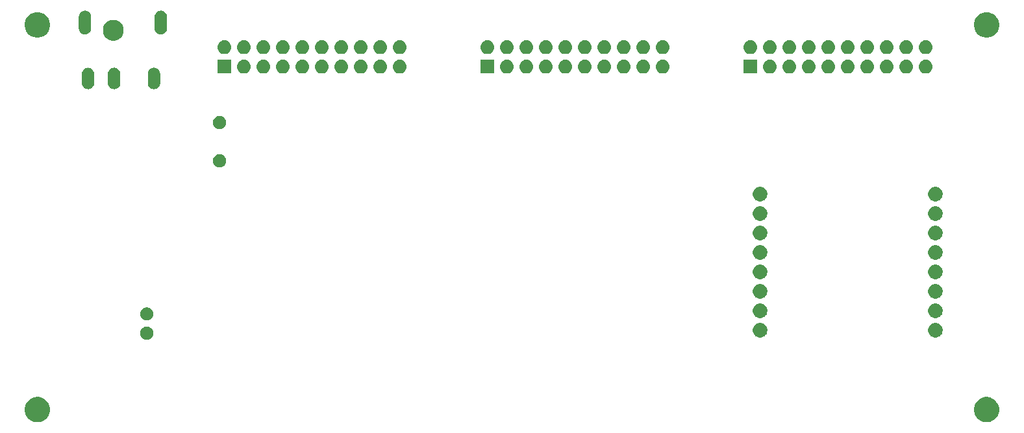
<source format=gbr>
G04 #@! TF.GenerationSoftware,KiCad,Pcbnew,5.1.4*
G04 #@! TF.CreationDate,2019-08-29T18:54:14+02:00*
G04 #@! TF.ProjectId,NixieClock,4e697869-6543-46c6-9f63-6b2e6b696361,rev?*
G04 #@! TF.SameCoordinates,Original*
G04 #@! TF.FileFunction,Soldermask,Bot*
G04 #@! TF.FilePolarity,Negative*
%FSLAX46Y46*%
G04 Gerber Fmt 4.6, Leading zero omitted, Abs format (unit mm)*
G04 Created by KiCad (PCBNEW 5.1.4) date 2019-08-29 18:54:14*
%MOMM*%
%LPD*%
G04 APERTURE LIST*
%ADD10C,0.100000*%
G04 APERTURE END LIST*
D10*
G36*
X163375256Y-168891298D02*
G01*
X163481579Y-168912447D01*
X163782042Y-169036903D01*
X164052451Y-169217585D01*
X164282415Y-169447549D01*
X164463097Y-169717958D01*
X164587553Y-170018421D01*
X164651000Y-170337391D01*
X164651000Y-170662609D01*
X164587553Y-170981579D01*
X164463097Y-171282042D01*
X164282415Y-171552451D01*
X164052451Y-171782415D01*
X163782042Y-171963097D01*
X163481579Y-172087553D01*
X163375256Y-172108702D01*
X163162611Y-172151000D01*
X162837389Y-172151000D01*
X162624744Y-172108702D01*
X162518421Y-172087553D01*
X162217958Y-171963097D01*
X161947549Y-171782415D01*
X161717585Y-171552451D01*
X161536903Y-171282042D01*
X161412447Y-170981579D01*
X161349000Y-170662609D01*
X161349000Y-170337391D01*
X161412447Y-170018421D01*
X161536903Y-169717958D01*
X161717585Y-169447549D01*
X161947549Y-169217585D01*
X162217958Y-169036903D01*
X162518421Y-168912447D01*
X162624744Y-168891298D01*
X162837389Y-168849000D01*
X163162611Y-168849000D01*
X163375256Y-168891298D01*
X163375256Y-168891298D01*
G37*
G36*
X39625256Y-168891298D02*
G01*
X39731579Y-168912447D01*
X40032042Y-169036903D01*
X40302451Y-169217585D01*
X40532415Y-169447549D01*
X40713097Y-169717958D01*
X40837553Y-170018421D01*
X40901000Y-170337391D01*
X40901000Y-170662609D01*
X40837553Y-170981579D01*
X40713097Y-171282042D01*
X40532415Y-171552451D01*
X40302451Y-171782415D01*
X40032042Y-171963097D01*
X39731579Y-172087553D01*
X39625256Y-172108702D01*
X39412611Y-172151000D01*
X39087389Y-172151000D01*
X38874744Y-172108702D01*
X38768421Y-172087553D01*
X38467958Y-171963097D01*
X38197549Y-171782415D01*
X37967585Y-171552451D01*
X37786903Y-171282042D01*
X37662447Y-170981579D01*
X37599000Y-170662609D01*
X37599000Y-170337391D01*
X37662447Y-170018421D01*
X37786903Y-169717958D01*
X37967585Y-169447549D01*
X38197549Y-169217585D01*
X38467958Y-169036903D01*
X38768421Y-168912447D01*
X38874744Y-168891298D01*
X39087389Y-168849000D01*
X39412611Y-168849000D01*
X39625256Y-168891298D01*
X39625256Y-168891298D01*
G37*
G36*
X53748228Y-159681703D02*
G01*
X53903100Y-159745853D01*
X54042481Y-159838985D01*
X54161015Y-159957519D01*
X54254147Y-160096900D01*
X54318297Y-160251772D01*
X54351000Y-160416184D01*
X54351000Y-160583816D01*
X54318297Y-160748228D01*
X54254147Y-160903100D01*
X54161015Y-161042481D01*
X54042481Y-161161015D01*
X53903100Y-161254147D01*
X53748228Y-161318297D01*
X53583816Y-161351000D01*
X53416184Y-161351000D01*
X53251772Y-161318297D01*
X53096900Y-161254147D01*
X52957519Y-161161015D01*
X52838985Y-161042481D01*
X52745853Y-160903100D01*
X52681703Y-160748228D01*
X52649000Y-160583816D01*
X52649000Y-160416184D01*
X52681703Y-160251772D01*
X52745853Y-160096900D01*
X52838985Y-159957519D01*
X52957519Y-159838985D01*
X53096900Y-159745853D01*
X53251772Y-159681703D01*
X53416184Y-159649000D01*
X53583816Y-159649000D01*
X53748228Y-159681703D01*
X53748228Y-159681703D01*
G37*
G36*
X133754395Y-159199546D02*
G01*
X133927466Y-159271234D01*
X133927467Y-159271235D01*
X134083227Y-159375310D01*
X134215690Y-159507773D01*
X134215691Y-159507775D01*
X134319766Y-159663534D01*
X134391454Y-159836605D01*
X134428000Y-160020333D01*
X134428000Y-160207667D01*
X134391454Y-160391395D01*
X134319766Y-160564466D01*
X134268081Y-160641818D01*
X134215690Y-160720227D01*
X134083227Y-160852690D01*
X134007787Y-160903097D01*
X133927466Y-160956766D01*
X133754395Y-161028454D01*
X133570667Y-161065000D01*
X133383333Y-161065000D01*
X133199605Y-161028454D01*
X133026534Y-160956766D01*
X132946213Y-160903097D01*
X132870773Y-160852690D01*
X132738310Y-160720227D01*
X132685919Y-160641818D01*
X132634234Y-160564466D01*
X132562546Y-160391395D01*
X132526000Y-160207667D01*
X132526000Y-160020333D01*
X132562546Y-159836605D01*
X132634234Y-159663534D01*
X132738309Y-159507775D01*
X132738310Y-159507773D01*
X132870773Y-159375310D01*
X133026533Y-159271235D01*
X133026534Y-159271234D01*
X133199605Y-159199546D01*
X133383333Y-159163000D01*
X133570667Y-159163000D01*
X133754395Y-159199546D01*
X133754395Y-159199546D01*
G37*
G36*
X156614395Y-159199546D02*
G01*
X156787466Y-159271234D01*
X156787467Y-159271235D01*
X156943227Y-159375310D01*
X157075690Y-159507773D01*
X157075691Y-159507775D01*
X157179766Y-159663534D01*
X157251454Y-159836605D01*
X157288000Y-160020333D01*
X157288000Y-160207667D01*
X157251454Y-160391395D01*
X157179766Y-160564466D01*
X157128081Y-160641818D01*
X157075690Y-160720227D01*
X156943227Y-160852690D01*
X156867787Y-160903097D01*
X156787466Y-160956766D01*
X156614395Y-161028454D01*
X156430667Y-161065000D01*
X156243333Y-161065000D01*
X156059605Y-161028454D01*
X155886534Y-160956766D01*
X155806213Y-160903097D01*
X155730773Y-160852690D01*
X155598310Y-160720227D01*
X155545919Y-160641818D01*
X155494234Y-160564466D01*
X155422546Y-160391395D01*
X155386000Y-160207667D01*
X155386000Y-160020333D01*
X155422546Y-159836605D01*
X155494234Y-159663534D01*
X155598309Y-159507775D01*
X155598310Y-159507773D01*
X155730773Y-159375310D01*
X155886533Y-159271235D01*
X155886534Y-159271234D01*
X156059605Y-159199546D01*
X156243333Y-159163000D01*
X156430667Y-159163000D01*
X156614395Y-159199546D01*
X156614395Y-159199546D01*
G37*
G36*
X53748228Y-157181703D02*
G01*
X53903100Y-157245853D01*
X54042481Y-157338985D01*
X54161015Y-157457519D01*
X54254147Y-157596900D01*
X54318297Y-157751772D01*
X54351000Y-157916184D01*
X54351000Y-158083816D01*
X54318297Y-158248228D01*
X54254147Y-158403100D01*
X54161015Y-158542481D01*
X54042481Y-158661015D01*
X53903100Y-158754147D01*
X53748228Y-158818297D01*
X53583816Y-158851000D01*
X53416184Y-158851000D01*
X53251772Y-158818297D01*
X53096900Y-158754147D01*
X52957519Y-158661015D01*
X52838985Y-158542481D01*
X52745853Y-158403100D01*
X52681703Y-158248228D01*
X52649000Y-158083816D01*
X52649000Y-157916184D01*
X52681703Y-157751772D01*
X52745853Y-157596900D01*
X52838985Y-157457519D01*
X52957519Y-157338985D01*
X53096900Y-157245853D01*
X53251772Y-157181703D01*
X53416184Y-157149000D01*
X53583816Y-157149000D01*
X53748228Y-157181703D01*
X53748228Y-157181703D01*
G37*
G36*
X156614395Y-156659546D02*
G01*
X156787466Y-156731234D01*
X156787467Y-156731235D01*
X156943227Y-156835310D01*
X157075690Y-156967773D01*
X157075691Y-156967775D01*
X157179766Y-157123534D01*
X157251454Y-157296605D01*
X157288000Y-157480333D01*
X157288000Y-157667667D01*
X157251454Y-157851395D01*
X157179766Y-158024466D01*
X157128081Y-158101818D01*
X157075690Y-158180227D01*
X156943227Y-158312690D01*
X156864818Y-158365081D01*
X156787466Y-158416766D01*
X156614395Y-158488454D01*
X156430667Y-158525000D01*
X156243333Y-158525000D01*
X156059605Y-158488454D01*
X155886534Y-158416766D01*
X155809182Y-158365081D01*
X155730773Y-158312690D01*
X155598310Y-158180227D01*
X155545919Y-158101818D01*
X155494234Y-158024466D01*
X155422546Y-157851395D01*
X155386000Y-157667667D01*
X155386000Y-157480333D01*
X155422546Y-157296605D01*
X155494234Y-157123534D01*
X155598309Y-156967775D01*
X155598310Y-156967773D01*
X155730773Y-156835310D01*
X155886533Y-156731235D01*
X155886534Y-156731234D01*
X156059605Y-156659546D01*
X156243333Y-156623000D01*
X156430667Y-156623000D01*
X156614395Y-156659546D01*
X156614395Y-156659546D01*
G37*
G36*
X133754395Y-156659546D02*
G01*
X133927466Y-156731234D01*
X133927467Y-156731235D01*
X134083227Y-156835310D01*
X134215690Y-156967773D01*
X134215691Y-156967775D01*
X134319766Y-157123534D01*
X134391454Y-157296605D01*
X134428000Y-157480333D01*
X134428000Y-157667667D01*
X134391454Y-157851395D01*
X134319766Y-158024466D01*
X134268081Y-158101818D01*
X134215690Y-158180227D01*
X134083227Y-158312690D01*
X134004818Y-158365081D01*
X133927466Y-158416766D01*
X133754395Y-158488454D01*
X133570667Y-158525000D01*
X133383333Y-158525000D01*
X133199605Y-158488454D01*
X133026534Y-158416766D01*
X132949182Y-158365081D01*
X132870773Y-158312690D01*
X132738310Y-158180227D01*
X132685919Y-158101818D01*
X132634234Y-158024466D01*
X132562546Y-157851395D01*
X132526000Y-157667667D01*
X132526000Y-157480333D01*
X132562546Y-157296605D01*
X132634234Y-157123534D01*
X132738309Y-156967775D01*
X132738310Y-156967773D01*
X132870773Y-156835310D01*
X133026533Y-156731235D01*
X133026534Y-156731234D01*
X133199605Y-156659546D01*
X133383333Y-156623000D01*
X133570667Y-156623000D01*
X133754395Y-156659546D01*
X133754395Y-156659546D01*
G37*
G36*
X133754395Y-154119546D02*
G01*
X133927466Y-154191234D01*
X133927467Y-154191235D01*
X134083227Y-154295310D01*
X134215690Y-154427773D01*
X134215691Y-154427775D01*
X134319766Y-154583534D01*
X134391454Y-154756605D01*
X134428000Y-154940333D01*
X134428000Y-155127667D01*
X134391454Y-155311395D01*
X134319766Y-155484466D01*
X134319765Y-155484467D01*
X134215690Y-155640227D01*
X134083227Y-155772690D01*
X134004818Y-155825081D01*
X133927466Y-155876766D01*
X133754395Y-155948454D01*
X133570667Y-155985000D01*
X133383333Y-155985000D01*
X133199605Y-155948454D01*
X133026534Y-155876766D01*
X132949182Y-155825081D01*
X132870773Y-155772690D01*
X132738310Y-155640227D01*
X132634235Y-155484467D01*
X132634234Y-155484466D01*
X132562546Y-155311395D01*
X132526000Y-155127667D01*
X132526000Y-154940333D01*
X132562546Y-154756605D01*
X132634234Y-154583534D01*
X132738309Y-154427775D01*
X132738310Y-154427773D01*
X132870773Y-154295310D01*
X133026533Y-154191235D01*
X133026534Y-154191234D01*
X133199605Y-154119546D01*
X133383333Y-154083000D01*
X133570667Y-154083000D01*
X133754395Y-154119546D01*
X133754395Y-154119546D01*
G37*
G36*
X156614395Y-154119546D02*
G01*
X156787466Y-154191234D01*
X156787467Y-154191235D01*
X156943227Y-154295310D01*
X157075690Y-154427773D01*
X157075691Y-154427775D01*
X157179766Y-154583534D01*
X157251454Y-154756605D01*
X157288000Y-154940333D01*
X157288000Y-155127667D01*
X157251454Y-155311395D01*
X157179766Y-155484466D01*
X157179765Y-155484467D01*
X157075690Y-155640227D01*
X156943227Y-155772690D01*
X156864818Y-155825081D01*
X156787466Y-155876766D01*
X156614395Y-155948454D01*
X156430667Y-155985000D01*
X156243333Y-155985000D01*
X156059605Y-155948454D01*
X155886534Y-155876766D01*
X155809182Y-155825081D01*
X155730773Y-155772690D01*
X155598310Y-155640227D01*
X155494235Y-155484467D01*
X155494234Y-155484466D01*
X155422546Y-155311395D01*
X155386000Y-155127667D01*
X155386000Y-154940333D01*
X155422546Y-154756605D01*
X155494234Y-154583534D01*
X155598309Y-154427775D01*
X155598310Y-154427773D01*
X155730773Y-154295310D01*
X155886533Y-154191235D01*
X155886534Y-154191234D01*
X156059605Y-154119546D01*
X156243333Y-154083000D01*
X156430667Y-154083000D01*
X156614395Y-154119546D01*
X156614395Y-154119546D01*
G37*
G36*
X156614395Y-151579546D02*
G01*
X156787466Y-151651234D01*
X156787467Y-151651235D01*
X156943227Y-151755310D01*
X157075690Y-151887773D01*
X157075691Y-151887775D01*
X157179766Y-152043534D01*
X157251454Y-152216605D01*
X157288000Y-152400333D01*
X157288000Y-152587667D01*
X157251454Y-152771395D01*
X157179766Y-152944466D01*
X157179765Y-152944467D01*
X157075690Y-153100227D01*
X156943227Y-153232690D01*
X156864818Y-153285081D01*
X156787466Y-153336766D01*
X156614395Y-153408454D01*
X156430667Y-153445000D01*
X156243333Y-153445000D01*
X156059605Y-153408454D01*
X155886534Y-153336766D01*
X155809182Y-153285081D01*
X155730773Y-153232690D01*
X155598310Y-153100227D01*
X155494235Y-152944467D01*
X155494234Y-152944466D01*
X155422546Y-152771395D01*
X155386000Y-152587667D01*
X155386000Y-152400333D01*
X155422546Y-152216605D01*
X155494234Y-152043534D01*
X155598309Y-151887775D01*
X155598310Y-151887773D01*
X155730773Y-151755310D01*
X155886533Y-151651235D01*
X155886534Y-151651234D01*
X156059605Y-151579546D01*
X156243333Y-151543000D01*
X156430667Y-151543000D01*
X156614395Y-151579546D01*
X156614395Y-151579546D01*
G37*
G36*
X133754395Y-151579546D02*
G01*
X133927466Y-151651234D01*
X133927467Y-151651235D01*
X134083227Y-151755310D01*
X134215690Y-151887773D01*
X134215691Y-151887775D01*
X134319766Y-152043534D01*
X134391454Y-152216605D01*
X134428000Y-152400333D01*
X134428000Y-152587667D01*
X134391454Y-152771395D01*
X134319766Y-152944466D01*
X134319765Y-152944467D01*
X134215690Y-153100227D01*
X134083227Y-153232690D01*
X134004818Y-153285081D01*
X133927466Y-153336766D01*
X133754395Y-153408454D01*
X133570667Y-153445000D01*
X133383333Y-153445000D01*
X133199605Y-153408454D01*
X133026534Y-153336766D01*
X132949182Y-153285081D01*
X132870773Y-153232690D01*
X132738310Y-153100227D01*
X132634235Y-152944467D01*
X132634234Y-152944466D01*
X132562546Y-152771395D01*
X132526000Y-152587667D01*
X132526000Y-152400333D01*
X132562546Y-152216605D01*
X132634234Y-152043534D01*
X132738309Y-151887775D01*
X132738310Y-151887773D01*
X132870773Y-151755310D01*
X133026533Y-151651235D01*
X133026534Y-151651234D01*
X133199605Y-151579546D01*
X133383333Y-151543000D01*
X133570667Y-151543000D01*
X133754395Y-151579546D01*
X133754395Y-151579546D01*
G37*
G36*
X156614395Y-149039546D02*
G01*
X156787466Y-149111234D01*
X156787467Y-149111235D01*
X156943227Y-149215310D01*
X157075690Y-149347773D01*
X157075691Y-149347775D01*
X157179766Y-149503534D01*
X157251454Y-149676605D01*
X157288000Y-149860333D01*
X157288000Y-150047667D01*
X157251454Y-150231395D01*
X157179766Y-150404466D01*
X157179765Y-150404467D01*
X157075690Y-150560227D01*
X156943227Y-150692690D01*
X156864818Y-150745081D01*
X156787466Y-150796766D01*
X156614395Y-150868454D01*
X156430667Y-150905000D01*
X156243333Y-150905000D01*
X156059605Y-150868454D01*
X155886534Y-150796766D01*
X155809182Y-150745081D01*
X155730773Y-150692690D01*
X155598310Y-150560227D01*
X155494235Y-150404467D01*
X155494234Y-150404466D01*
X155422546Y-150231395D01*
X155386000Y-150047667D01*
X155386000Y-149860333D01*
X155422546Y-149676605D01*
X155494234Y-149503534D01*
X155598309Y-149347775D01*
X155598310Y-149347773D01*
X155730773Y-149215310D01*
X155886533Y-149111235D01*
X155886534Y-149111234D01*
X156059605Y-149039546D01*
X156243333Y-149003000D01*
X156430667Y-149003000D01*
X156614395Y-149039546D01*
X156614395Y-149039546D01*
G37*
G36*
X133754395Y-149039546D02*
G01*
X133927466Y-149111234D01*
X133927467Y-149111235D01*
X134083227Y-149215310D01*
X134215690Y-149347773D01*
X134215691Y-149347775D01*
X134319766Y-149503534D01*
X134391454Y-149676605D01*
X134428000Y-149860333D01*
X134428000Y-150047667D01*
X134391454Y-150231395D01*
X134319766Y-150404466D01*
X134319765Y-150404467D01*
X134215690Y-150560227D01*
X134083227Y-150692690D01*
X134004818Y-150745081D01*
X133927466Y-150796766D01*
X133754395Y-150868454D01*
X133570667Y-150905000D01*
X133383333Y-150905000D01*
X133199605Y-150868454D01*
X133026534Y-150796766D01*
X132949182Y-150745081D01*
X132870773Y-150692690D01*
X132738310Y-150560227D01*
X132634235Y-150404467D01*
X132634234Y-150404466D01*
X132562546Y-150231395D01*
X132526000Y-150047667D01*
X132526000Y-149860333D01*
X132562546Y-149676605D01*
X132634234Y-149503534D01*
X132738309Y-149347775D01*
X132738310Y-149347773D01*
X132870773Y-149215310D01*
X133026533Y-149111235D01*
X133026534Y-149111234D01*
X133199605Y-149039546D01*
X133383333Y-149003000D01*
X133570667Y-149003000D01*
X133754395Y-149039546D01*
X133754395Y-149039546D01*
G37*
G36*
X156614395Y-146499546D02*
G01*
X156787466Y-146571234D01*
X156787467Y-146571235D01*
X156943227Y-146675310D01*
X157075690Y-146807773D01*
X157075691Y-146807775D01*
X157179766Y-146963534D01*
X157251454Y-147136605D01*
X157288000Y-147320333D01*
X157288000Y-147507667D01*
X157251454Y-147691395D01*
X157179766Y-147864466D01*
X157179765Y-147864467D01*
X157075690Y-148020227D01*
X156943227Y-148152690D01*
X156864818Y-148205081D01*
X156787466Y-148256766D01*
X156614395Y-148328454D01*
X156430667Y-148365000D01*
X156243333Y-148365000D01*
X156059605Y-148328454D01*
X155886534Y-148256766D01*
X155809182Y-148205081D01*
X155730773Y-148152690D01*
X155598310Y-148020227D01*
X155494235Y-147864467D01*
X155494234Y-147864466D01*
X155422546Y-147691395D01*
X155386000Y-147507667D01*
X155386000Y-147320333D01*
X155422546Y-147136605D01*
X155494234Y-146963534D01*
X155598309Y-146807775D01*
X155598310Y-146807773D01*
X155730773Y-146675310D01*
X155886533Y-146571235D01*
X155886534Y-146571234D01*
X156059605Y-146499546D01*
X156243333Y-146463000D01*
X156430667Y-146463000D01*
X156614395Y-146499546D01*
X156614395Y-146499546D01*
G37*
G36*
X133754395Y-146499546D02*
G01*
X133927466Y-146571234D01*
X133927467Y-146571235D01*
X134083227Y-146675310D01*
X134215690Y-146807773D01*
X134215691Y-146807775D01*
X134319766Y-146963534D01*
X134391454Y-147136605D01*
X134428000Y-147320333D01*
X134428000Y-147507667D01*
X134391454Y-147691395D01*
X134319766Y-147864466D01*
X134319765Y-147864467D01*
X134215690Y-148020227D01*
X134083227Y-148152690D01*
X134004818Y-148205081D01*
X133927466Y-148256766D01*
X133754395Y-148328454D01*
X133570667Y-148365000D01*
X133383333Y-148365000D01*
X133199605Y-148328454D01*
X133026534Y-148256766D01*
X132949182Y-148205081D01*
X132870773Y-148152690D01*
X132738310Y-148020227D01*
X132634235Y-147864467D01*
X132634234Y-147864466D01*
X132562546Y-147691395D01*
X132526000Y-147507667D01*
X132526000Y-147320333D01*
X132562546Y-147136605D01*
X132634234Y-146963534D01*
X132738309Y-146807775D01*
X132738310Y-146807773D01*
X132870773Y-146675310D01*
X133026533Y-146571235D01*
X133026534Y-146571234D01*
X133199605Y-146499546D01*
X133383333Y-146463000D01*
X133570667Y-146463000D01*
X133754395Y-146499546D01*
X133754395Y-146499546D01*
G37*
G36*
X156614395Y-143959546D02*
G01*
X156787466Y-144031234D01*
X156787467Y-144031235D01*
X156943227Y-144135310D01*
X157075690Y-144267773D01*
X157075691Y-144267775D01*
X157179766Y-144423534D01*
X157251454Y-144596605D01*
X157288000Y-144780333D01*
X157288000Y-144967667D01*
X157251454Y-145151395D01*
X157179766Y-145324466D01*
X157179765Y-145324467D01*
X157075690Y-145480227D01*
X156943227Y-145612690D01*
X156864818Y-145665081D01*
X156787466Y-145716766D01*
X156614395Y-145788454D01*
X156430667Y-145825000D01*
X156243333Y-145825000D01*
X156059605Y-145788454D01*
X155886534Y-145716766D01*
X155809182Y-145665081D01*
X155730773Y-145612690D01*
X155598310Y-145480227D01*
X155494235Y-145324467D01*
X155494234Y-145324466D01*
X155422546Y-145151395D01*
X155386000Y-144967667D01*
X155386000Y-144780333D01*
X155422546Y-144596605D01*
X155494234Y-144423534D01*
X155598309Y-144267775D01*
X155598310Y-144267773D01*
X155730773Y-144135310D01*
X155886533Y-144031235D01*
X155886534Y-144031234D01*
X156059605Y-143959546D01*
X156243333Y-143923000D01*
X156430667Y-143923000D01*
X156614395Y-143959546D01*
X156614395Y-143959546D01*
G37*
G36*
X133754395Y-143959546D02*
G01*
X133927466Y-144031234D01*
X133927467Y-144031235D01*
X134083227Y-144135310D01*
X134215690Y-144267773D01*
X134215691Y-144267775D01*
X134319766Y-144423534D01*
X134391454Y-144596605D01*
X134428000Y-144780333D01*
X134428000Y-144967667D01*
X134391454Y-145151395D01*
X134319766Y-145324466D01*
X134319765Y-145324467D01*
X134215690Y-145480227D01*
X134083227Y-145612690D01*
X134004818Y-145665081D01*
X133927466Y-145716766D01*
X133754395Y-145788454D01*
X133570667Y-145825000D01*
X133383333Y-145825000D01*
X133199605Y-145788454D01*
X133026534Y-145716766D01*
X132949182Y-145665081D01*
X132870773Y-145612690D01*
X132738310Y-145480227D01*
X132634235Y-145324467D01*
X132634234Y-145324466D01*
X132562546Y-145151395D01*
X132526000Y-144967667D01*
X132526000Y-144780333D01*
X132562546Y-144596605D01*
X132634234Y-144423534D01*
X132738309Y-144267775D01*
X132738310Y-144267773D01*
X132870773Y-144135310D01*
X133026533Y-144031235D01*
X133026534Y-144031234D01*
X133199605Y-143959546D01*
X133383333Y-143923000D01*
X133570667Y-143923000D01*
X133754395Y-143959546D01*
X133754395Y-143959546D01*
G37*
G36*
X133754395Y-141419546D02*
G01*
X133927466Y-141491234D01*
X133927467Y-141491235D01*
X134083227Y-141595310D01*
X134215690Y-141727773D01*
X134215691Y-141727775D01*
X134319766Y-141883534D01*
X134391454Y-142056605D01*
X134428000Y-142240333D01*
X134428000Y-142427667D01*
X134391454Y-142611395D01*
X134319766Y-142784466D01*
X134319765Y-142784467D01*
X134215690Y-142940227D01*
X134083227Y-143072690D01*
X134004818Y-143125081D01*
X133927466Y-143176766D01*
X133754395Y-143248454D01*
X133570667Y-143285000D01*
X133383333Y-143285000D01*
X133199605Y-143248454D01*
X133026534Y-143176766D01*
X132949182Y-143125081D01*
X132870773Y-143072690D01*
X132738310Y-142940227D01*
X132634235Y-142784467D01*
X132634234Y-142784466D01*
X132562546Y-142611395D01*
X132526000Y-142427667D01*
X132526000Y-142240333D01*
X132562546Y-142056605D01*
X132634234Y-141883534D01*
X132738309Y-141727775D01*
X132738310Y-141727773D01*
X132870773Y-141595310D01*
X133026533Y-141491235D01*
X133026534Y-141491234D01*
X133199605Y-141419546D01*
X133383333Y-141383000D01*
X133570667Y-141383000D01*
X133754395Y-141419546D01*
X133754395Y-141419546D01*
G37*
G36*
X156614395Y-141419546D02*
G01*
X156787466Y-141491234D01*
X156787467Y-141491235D01*
X156943227Y-141595310D01*
X157075690Y-141727773D01*
X157075691Y-141727775D01*
X157179766Y-141883534D01*
X157251454Y-142056605D01*
X157288000Y-142240333D01*
X157288000Y-142427667D01*
X157251454Y-142611395D01*
X157179766Y-142784466D01*
X157179765Y-142784467D01*
X157075690Y-142940227D01*
X156943227Y-143072690D01*
X156864818Y-143125081D01*
X156787466Y-143176766D01*
X156614395Y-143248454D01*
X156430667Y-143285000D01*
X156243333Y-143285000D01*
X156059605Y-143248454D01*
X155886534Y-143176766D01*
X155809182Y-143125081D01*
X155730773Y-143072690D01*
X155598310Y-142940227D01*
X155494235Y-142784467D01*
X155494234Y-142784466D01*
X155422546Y-142611395D01*
X155386000Y-142427667D01*
X155386000Y-142240333D01*
X155422546Y-142056605D01*
X155494234Y-141883534D01*
X155598309Y-141727775D01*
X155598310Y-141727773D01*
X155730773Y-141595310D01*
X155886533Y-141491235D01*
X155886534Y-141491234D01*
X156059605Y-141419546D01*
X156243333Y-141383000D01*
X156430667Y-141383000D01*
X156614395Y-141419546D01*
X156614395Y-141419546D01*
G37*
G36*
X63248228Y-137181703D02*
G01*
X63403100Y-137245853D01*
X63542481Y-137338985D01*
X63661015Y-137457519D01*
X63754147Y-137596900D01*
X63818297Y-137751772D01*
X63851000Y-137916184D01*
X63851000Y-138083816D01*
X63818297Y-138248228D01*
X63754147Y-138403100D01*
X63661015Y-138542481D01*
X63542481Y-138661015D01*
X63403100Y-138754147D01*
X63248228Y-138818297D01*
X63083816Y-138851000D01*
X62916184Y-138851000D01*
X62751772Y-138818297D01*
X62596900Y-138754147D01*
X62457519Y-138661015D01*
X62338985Y-138542481D01*
X62245853Y-138403100D01*
X62181703Y-138248228D01*
X62149000Y-138083816D01*
X62149000Y-137916184D01*
X62181703Y-137751772D01*
X62245853Y-137596900D01*
X62338985Y-137457519D01*
X62457519Y-137338985D01*
X62596900Y-137245853D01*
X62751772Y-137181703D01*
X62916184Y-137149000D01*
X63083816Y-137149000D01*
X63248228Y-137181703D01*
X63248228Y-137181703D01*
G37*
G36*
X63248228Y-132181703D02*
G01*
X63403100Y-132245853D01*
X63542481Y-132338985D01*
X63661015Y-132457519D01*
X63754147Y-132596900D01*
X63818297Y-132751772D01*
X63851000Y-132916184D01*
X63851000Y-133083816D01*
X63818297Y-133248228D01*
X63754147Y-133403100D01*
X63661015Y-133542481D01*
X63542481Y-133661015D01*
X63403100Y-133754147D01*
X63248228Y-133818297D01*
X63083816Y-133851000D01*
X62916184Y-133851000D01*
X62751772Y-133818297D01*
X62596900Y-133754147D01*
X62457519Y-133661015D01*
X62338985Y-133542481D01*
X62245853Y-133403100D01*
X62181703Y-133248228D01*
X62149000Y-133083816D01*
X62149000Y-132916184D01*
X62181703Y-132751772D01*
X62245853Y-132596900D01*
X62338985Y-132457519D01*
X62457519Y-132338985D01*
X62596900Y-132245853D01*
X62751772Y-132181703D01*
X62916184Y-132149000D01*
X63083816Y-132149000D01*
X63248228Y-132181703D01*
X63248228Y-132181703D01*
G37*
G36*
X54604023Y-125847590D02*
G01*
X54704682Y-125878125D01*
X54755013Y-125893392D01*
X54894165Y-125967771D01*
X55016133Y-126067867D01*
X55116229Y-126189835D01*
X55190608Y-126328987D01*
X55190608Y-126328988D01*
X55236410Y-126479977D01*
X55248000Y-126597655D01*
X55248000Y-127876345D01*
X55236410Y-127994023D01*
X55205875Y-128094682D01*
X55190608Y-128145013D01*
X55116230Y-128284164D01*
X55116229Y-128284165D01*
X55016133Y-128406133D01*
X54894164Y-128506229D01*
X54755012Y-128580608D01*
X54704681Y-128595875D01*
X54604022Y-128626410D01*
X54447000Y-128641875D01*
X54289977Y-128626410D01*
X54189318Y-128595875D01*
X54138987Y-128580608D01*
X53999835Y-128506229D01*
X53877867Y-128406133D01*
X53777771Y-128284164D01*
X53703393Y-128145013D01*
X53703392Y-128145012D01*
X53688125Y-128094681D01*
X53657590Y-127994022D01*
X53646000Y-127876344D01*
X53646001Y-126597655D01*
X53657591Y-126479977D01*
X53703393Y-126328988D01*
X53703393Y-126328987D01*
X53777772Y-126189835D01*
X53877868Y-126067867D01*
X53999836Y-125967771D01*
X54138988Y-125893392D01*
X54189319Y-125878125D01*
X54289978Y-125847590D01*
X54447000Y-125832125D01*
X54604023Y-125847590D01*
X54604023Y-125847590D01*
G37*
G36*
X49404023Y-125847590D02*
G01*
X49504682Y-125878125D01*
X49555013Y-125893392D01*
X49694165Y-125967771D01*
X49816133Y-126067867D01*
X49916229Y-126189835D01*
X49990608Y-126328987D01*
X49990608Y-126328988D01*
X50036410Y-126479977D01*
X50048000Y-126597655D01*
X50048000Y-127876345D01*
X50036410Y-127994023D01*
X50005875Y-128094682D01*
X49990608Y-128145013D01*
X49916230Y-128284164D01*
X49916229Y-128284165D01*
X49816133Y-128406133D01*
X49694164Y-128506229D01*
X49555012Y-128580608D01*
X49504681Y-128595875D01*
X49404022Y-128626410D01*
X49247000Y-128641875D01*
X49089977Y-128626410D01*
X48989318Y-128595875D01*
X48938987Y-128580608D01*
X48799835Y-128506229D01*
X48677867Y-128406133D01*
X48577771Y-128284164D01*
X48503393Y-128145013D01*
X48503392Y-128145012D01*
X48488125Y-128094681D01*
X48457590Y-127994022D01*
X48446000Y-127876344D01*
X48446001Y-126597655D01*
X48457591Y-126479977D01*
X48503393Y-126328988D01*
X48503393Y-126328987D01*
X48577772Y-126189835D01*
X48677868Y-126067867D01*
X48799836Y-125967771D01*
X48938988Y-125893392D01*
X48989319Y-125878125D01*
X49089978Y-125847590D01*
X49247000Y-125832125D01*
X49404023Y-125847590D01*
X49404023Y-125847590D01*
G37*
G36*
X46004023Y-125847590D02*
G01*
X46104682Y-125878125D01*
X46155013Y-125893392D01*
X46294165Y-125967771D01*
X46416133Y-126067867D01*
X46516229Y-126189835D01*
X46590608Y-126328987D01*
X46590608Y-126328988D01*
X46636410Y-126479977D01*
X46648000Y-126597655D01*
X46648000Y-127876345D01*
X46636410Y-127994023D01*
X46605875Y-128094682D01*
X46590608Y-128145013D01*
X46516230Y-128284164D01*
X46516229Y-128284165D01*
X46416133Y-128406133D01*
X46294164Y-128506229D01*
X46155012Y-128580608D01*
X46104681Y-128595875D01*
X46004022Y-128626410D01*
X45847000Y-128641875D01*
X45689977Y-128626410D01*
X45589318Y-128595875D01*
X45538987Y-128580608D01*
X45399835Y-128506229D01*
X45277867Y-128406133D01*
X45177771Y-128284164D01*
X45103393Y-128145013D01*
X45103392Y-128145012D01*
X45088125Y-128094681D01*
X45057590Y-127994022D01*
X45046000Y-127876344D01*
X45046001Y-126597655D01*
X45057591Y-126479977D01*
X45103393Y-126328988D01*
X45103393Y-126328987D01*
X45177772Y-126189835D01*
X45277868Y-126067867D01*
X45399836Y-125967771D01*
X45538988Y-125893392D01*
X45589319Y-125878125D01*
X45689978Y-125847590D01*
X45847000Y-125832125D01*
X46004023Y-125847590D01*
X46004023Y-125847590D01*
G37*
G36*
X133108000Y-126598000D02*
G01*
X131306000Y-126598000D01*
X131306000Y-124796000D01*
X133108000Y-124796000D01*
X133108000Y-126598000D01*
X133108000Y-126598000D01*
G37*
G36*
X120887442Y-124802518D02*
G01*
X120953627Y-124809037D01*
X121123466Y-124860557D01*
X121279991Y-124944222D01*
X121315729Y-124973552D01*
X121417186Y-125056814D01*
X121500448Y-125158271D01*
X121529778Y-125194009D01*
X121613443Y-125350534D01*
X121664963Y-125520373D01*
X121682359Y-125697000D01*
X121664963Y-125873627D01*
X121613443Y-126043466D01*
X121529778Y-126199991D01*
X121500448Y-126235729D01*
X121417186Y-126337186D01*
X121315729Y-126420448D01*
X121279991Y-126449778D01*
X121123466Y-126533443D01*
X120953627Y-126584963D01*
X120887442Y-126591482D01*
X120821260Y-126598000D01*
X120732740Y-126598000D01*
X120666558Y-126591482D01*
X120600373Y-126584963D01*
X120430534Y-126533443D01*
X120274009Y-126449778D01*
X120238271Y-126420448D01*
X120136814Y-126337186D01*
X120053552Y-126235729D01*
X120024222Y-126199991D01*
X119940557Y-126043466D01*
X119889037Y-125873627D01*
X119871641Y-125697000D01*
X119889037Y-125520373D01*
X119940557Y-125350534D01*
X120024222Y-125194009D01*
X120053552Y-125158271D01*
X120136814Y-125056814D01*
X120238271Y-124973552D01*
X120274009Y-124944222D01*
X120430534Y-124860557D01*
X120600373Y-124809037D01*
X120666558Y-124802518D01*
X120732740Y-124796000D01*
X120821260Y-124796000D01*
X120887442Y-124802518D01*
X120887442Y-124802518D01*
G37*
G36*
X118347442Y-124802518D02*
G01*
X118413627Y-124809037D01*
X118583466Y-124860557D01*
X118739991Y-124944222D01*
X118775729Y-124973552D01*
X118877186Y-125056814D01*
X118960448Y-125158271D01*
X118989778Y-125194009D01*
X119073443Y-125350534D01*
X119124963Y-125520373D01*
X119142359Y-125697000D01*
X119124963Y-125873627D01*
X119073443Y-126043466D01*
X118989778Y-126199991D01*
X118960448Y-126235729D01*
X118877186Y-126337186D01*
X118775729Y-126420448D01*
X118739991Y-126449778D01*
X118583466Y-126533443D01*
X118413627Y-126584963D01*
X118347442Y-126591482D01*
X118281260Y-126598000D01*
X118192740Y-126598000D01*
X118126558Y-126591482D01*
X118060373Y-126584963D01*
X117890534Y-126533443D01*
X117734009Y-126449778D01*
X117698271Y-126420448D01*
X117596814Y-126337186D01*
X117513552Y-126235729D01*
X117484222Y-126199991D01*
X117400557Y-126043466D01*
X117349037Y-125873627D01*
X117331641Y-125697000D01*
X117349037Y-125520373D01*
X117400557Y-125350534D01*
X117484222Y-125194009D01*
X117513552Y-125158271D01*
X117596814Y-125056814D01*
X117698271Y-124973552D01*
X117734009Y-124944222D01*
X117890534Y-124860557D01*
X118060373Y-124809037D01*
X118126558Y-124802518D01*
X118192740Y-124796000D01*
X118281260Y-124796000D01*
X118347442Y-124802518D01*
X118347442Y-124802518D01*
G37*
G36*
X115807442Y-124802518D02*
G01*
X115873627Y-124809037D01*
X116043466Y-124860557D01*
X116199991Y-124944222D01*
X116235729Y-124973552D01*
X116337186Y-125056814D01*
X116420448Y-125158271D01*
X116449778Y-125194009D01*
X116533443Y-125350534D01*
X116584963Y-125520373D01*
X116602359Y-125697000D01*
X116584963Y-125873627D01*
X116533443Y-126043466D01*
X116449778Y-126199991D01*
X116420448Y-126235729D01*
X116337186Y-126337186D01*
X116235729Y-126420448D01*
X116199991Y-126449778D01*
X116043466Y-126533443D01*
X115873627Y-126584963D01*
X115807442Y-126591482D01*
X115741260Y-126598000D01*
X115652740Y-126598000D01*
X115586558Y-126591482D01*
X115520373Y-126584963D01*
X115350534Y-126533443D01*
X115194009Y-126449778D01*
X115158271Y-126420448D01*
X115056814Y-126337186D01*
X114973552Y-126235729D01*
X114944222Y-126199991D01*
X114860557Y-126043466D01*
X114809037Y-125873627D01*
X114791641Y-125697000D01*
X114809037Y-125520373D01*
X114860557Y-125350534D01*
X114944222Y-125194009D01*
X114973552Y-125158271D01*
X115056814Y-125056814D01*
X115158271Y-124973552D01*
X115194009Y-124944222D01*
X115350534Y-124860557D01*
X115520373Y-124809037D01*
X115586558Y-124802518D01*
X115652740Y-124796000D01*
X115741260Y-124796000D01*
X115807442Y-124802518D01*
X115807442Y-124802518D01*
G37*
G36*
X113267442Y-124802518D02*
G01*
X113333627Y-124809037D01*
X113503466Y-124860557D01*
X113659991Y-124944222D01*
X113695729Y-124973552D01*
X113797186Y-125056814D01*
X113880448Y-125158271D01*
X113909778Y-125194009D01*
X113993443Y-125350534D01*
X114044963Y-125520373D01*
X114062359Y-125697000D01*
X114044963Y-125873627D01*
X113993443Y-126043466D01*
X113909778Y-126199991D01*
X113880448Y-126235729D01*
X113797186Y-126337186D01*
X113695729Y-126420448D01*
X113659991Y-126449778D01*
X113503466Y-126533443D01*
X113333627Y-126584963D01*
X113267442Y-126591482D01*
X113201260Y-126598000D01*
X113112740Y-126598000D01*
X113046558Y-126591482D01*
X112980373Y-126584963D01*
X112810534Y-126533443D01*
X112654009Y-126449778D01*
X112618271Y-126420448D01*
X112516814Y-126337186D01*
X112433552Y-126235729D01*
X112404222Y-126199991D01*
X112320557Y-126043466D01*
X112269037Y-125873627D01*
X112251641Y-125697000D01*
X112269037Y-125520373D01*
X112320557Y-125350534D01*
X112404222Y-125194009D01*
X112433552Y-125158271D01*
X112516814Y-125056814D01*
X112618271Y-124973552D01*
X112654009Y-124944222D01*
X112810534Y-124860557D01*
X112980373Y-124809037D01*
X113046558Y-124802518D01*
X113112740Y-124796000D01*
X113201260Y-124796000D01*
X113267442Y-124802518D01*
X113267442Y-124802518D01*
G37*
G36*
X152637442Y-124802518D02*
G01*
X152703627Y-124809037D01*
X152873466Y-124860557D01*
X153029991Y-124944222D01*
X153065729Y-124973552D01*
X153167186Y-125056814D01*
X153250448Y-125158271D01*
X153279778Y-125194009D01*
X153363443Y-125350534D01*
X153414963Y-125520373D01*
X153432359Y-125697000D01*
X153414963Y-125873627D01*
X153363443Y-126043466D01*
X153279778Y-126199991D01*
X153250448Y-126235729D01*
X153167186Y-126337186D01*
X153065729Y-126420448D01*
X153029991Y-126449778D01*
X152873466Y-126533443D01*
X152703627Y-126584963D01*
X152637442Y-126591482D01*
X152571260Y-126598000D01*
X152482740Y-126598000D01*
X152416558Y-126591482D01*
X152350373Y-126584963D01*
X152180534Y-126533443D01*
X152024009Y-126449778D01*
X151988271Y-126420448D01*
X151886814Y-126337186D01*
X151803552Y-126235729D01*
X151774222Y-126199991D01*
X151690557Y-126043466D01*
X151639037Y-125873627D01*
X151621641Y-125697000D01*
X151639037Y-125520373D01*
X151690557Y-125350534D01*
X151774222Y-125194009D01*
X151803552Y-125158271D01*
X151886814Y-125056814D01*
X151988271Y-124973552D01*
X152024009Y-124944222D01*
X152180534Y-124860557D01*
X152350373Y-124809037D01*
X152416558Y-124802518D01*
X152482740Y-124796000D01*
X152571260Y-124796000D01*
X152637442Y-124802518D01*
X152637442Y-124802518D01*
G37*
G36*
X103107442Y-124802518D02*
G01*
X103173627Y-124809037D01*
X103343466Y-124860557D01*
X103499991Y-124944222D01*
X103535729Y-124973552D01*
X103637186Y-125056814D01*
X103720448Y-125158271D01*
X103749778Y-125194009D01*
X103833443Y-125350534D01*
X103884963Y-125520373D01*
X103902359Y-125697000D01*
X103884963Y-125873627D01*
X103833443Y-126043466D01*
X103749778Y-126199991D01*
X103720448Y-126235729D01*
X103637186Y-126337186D01*
X103535729Y-126420448D01*
X103499991Y-126449778D01*
X103343466Y-126533443D01*
X103173627Y-126584963D01*
X103107442Y-126591482D01*
X103041260Y-126598000D01*
X102952740Y-126598000D01*
X102886558Y-126591482D01*
X102820373Y-126584963D01*
X102650534Y-126533443D01*
X102494009Y-126449778D01*
X102458271Y-126420448D01*
X102356814Y-126337186D01*
X102273552Y-126235729D01*
X102244222Y-126199991D01*
X102160557Y-126043466D01*
X102109037Y-125873627D01*
X102091641Y-125697000D01*
X102109037Y-125520373D01*
X102160557Y-125350534D01*
X102244222Y-125194009D01*
X102273552Y-125158271D01*
X102356814Y-125056814D01*
X102458271Y-124973552D01*
X102494009Y-124944222D01*
X102650534Y-124860557D01*
X102820373Y-124809037D01*
X102886558Y-124802518D01*
X102952740Y-124796000D01*
X103041260Y-124796000D01*
X103107442Y-124802518D01*
X103107442Y-124802518D01*
G37*
G36*
X98818000Y-126598000D02*
G01*
X97016000Y-126598000D01*
X97016000Y-124796000D01*
X98818000Y-124796000D01*
X98818000Y-126598000D01*
X98818000Y-126598000D01*
G37*
G36*
X100567442Y-124802518D02*
G01*
X100633627Y-124809037D01*
X100803466Y-124860557D01*
X100959991Y-124944222D01*
X100995729Y-124973552D01*
X101097186Y-125056814D01*
X101180448Y-125158271D01*
X101209778Y-125194009D01*
X101293443Y-125350534D01*
X101344963Y-125520373D01*
X101362359Y-125697000D01*
X101344963Y-125873627D01*
X101293443Y-126043466D01*
X101209778Y-126199991D01*
X101180448Y-126235729D01*
X101097186Y-126337186D01*
X100995729Y-126420448D01*
X100959991Y-126449778D01*
X100803466Y-126533443D01*
X100633627Y-126584963D01*
X100567442Y-126591482D01*
X100501260Y-126598000D01*
X100412740Y-126598000D01*
X100346558Y-126591482D01*
X100280373Y-126584963D01*
X100110534Y-126533443D01*
X99954009Y-126449778D01*
X99918271Y-126420448D01*
X99816814Y-126337186D01*
X99733552Y-126235729D01*
X99704222Y-126199991D01*
X99620557Y-126043466D01*
X99569037Y-125873627D01*
X99551641Y-125697000D01*
X99569037Y-125520373D01*
X99620557Y-125350534D01*
X99704222Y-125194009D01*
X99733552Y-125158271D01*
X99816814Y-125056814D01*
X99918271Y-124973552D01*
X99954009Y-124944222D01*
X100110534Y-124860557D01*
X100280373Y-124809037D01*
X100346558Y-124802518D01*
X100412740Y-124796000D01*
X100501260Y-124796000D01*
X100567442Y-124802518D01*
X100567442Y-124802518D01*
G37*
G36*
X73897442Y-124802518D02*
G01*
X73963627Y-124809037D01*
X74133466Y-124860557D01*
X74289991Y-124944222D01*
X74325729Y-124973552D01*
X74427186Y-125056814D01*
X74510448Y-125158271D01*
X74539778Y-125194009D01*
X74623443Y-125350534D01*
X74674963Y-125520373D01*
X74692359Y-125697000D01*
X74674963Y-125873627D01*
X74623443Y-126043466D01*
X74539778Y-126199991D01*
X74510448Y-126235729D01*
X74427186Y-126337186D01*
X74325729Y-126420448D01*
X74289991Y-126449778D01*
X74133466Y-126533443D01*
X73963627Y-126584963D01*
X73897442Y-126591482D01*
X73831260Y-126598000D01*
X73742740Y-126598000D01*
X73676558Y-126591482D01*
X73610373Y-126584963D01*
X73440534Y-126533443D01*
X73284009Y-126449778D01*
X73248271Y-126420448D01*
X73146814Y-126337186D01*
X73063552Y-126235729D01*
X73034222Y-126199991D01*
X72950557Y-126043466D01*
X72899037Y-125873627D01*
X72881641Y-125697000D01*
X72899037Y-125520373D01*
X72950557Y-125350534D01*
X73034222Y-125194009D01*
X73063552Y-125158271D01*
X73146814Y-125056814D01*
X73248271Y-124973552D01*
X73284009Y-124944222D01*
X73440534Y-124860557D01*
X73610373Y-124809037D01*
X73676558Y-124802518D01*
X73742740Y-124796000D01*
X73831260Y-124796000D01*
X73897442Y-124802518D01*
X73897442Y-124802518D01*
G37*
G36*
X108187442Y-124802518D02*
G01*
X108253627Y-124809037D01*
X108423466Y-124860557D01*
X108579991Y-124944222D01*
X108615729Y-124973552D01*
X108717186Y-125056814D01*
X108800448Y-125158271D01*
X108829778Y-125194009D01*
X108913443Y-125350534D01*
X108964963Y-125520373D01*
X108982359Y-125697000D01*
X108964963Y-125873627D01*
X108913443Y-126043466D01*
X108829778Y-126199991D01*
X108800448Y-126235729D01*
X108717186Y-126337186D01*
X108615729Y-126420448D01*
X108579991Y-126449778D01*
X108423466Y-126533443D01*
X108253627Y-126584963D01*
X108187442Y-126591482D01*
X108121260Y-126598000D01*
X108032740Y-126598000D01*
X107966558Y-126591482D01*
X107900373Y-126584963D01*
X107730534Y-126533443D01*
X107574009Y-126449778D01*
X107538271Y-126420448D01*
X107436814Y-126337186D01*
X107353552Y-126235729D01*
X107324222Y-126199991D01*
X107240557Y-126043466D01*
X107189037Y-125873627D01*
X107171641Y-125697000D01*
X107189037Y-125520373D01*
X107240557Y-125350534D01*
X107324222Y-125194009D01*
X107353552Y-125158271D01*
X107436814Y-125056814D01*
X107538271Y-124973552D01*
X107574009Y-124944222D01*
X107730534Y-124860557D01*
X107900373Y-124809037D01*
X107966558Y-124802518D01*
X108032740Y-124796000D01*
X108121260Y-124796000D01*
X108187442Y-124802518D01*
X108187442Y-124802518D01*
G37*
G36*
X64528000Y-126598000D02*
G01*
X62726000Y-126598000D01*
X62726000Y-124796000D01*
X64528000Y-124796000D01*
X64528000Y-126598000D01*
X64528000Y-126598000D01*
G37*
G36*
X66277442Y-124802518D02*
G01*
X66343627Y-124809037D01*
X66513466Y-124860557D01*
X66669991Y-124944222D01*
X66705729Y-124973552D01*
X66807186Y-125056814D01*
X66890448Y-125158271D01*
X66919778Y-125194009D01*
X67003443Y-125350534D01*
X67054963Y-125520373D01*
X67072359Y-125697000D01*
X67054963Y-125873627D01*
X67003443Y-126043466D01*
X66919778Y-126199991D01*
X66890448Y-126235729D01*
X66807186Y-126337186D01*
X66705729Y-126420448D01*
X66669991Y-126449778D01*
X66513466Y-126533443D01*
X66343627Y-126584963D01*
X66277442Y-126591482D01*
X66211260Y-126598000D01*
X66122740Y-126598000D01*
X66056558Y-126591482D01*
X65990373Y-126584963D01*
X65820534Y-126533443D01*
X65664009Y-126449778D01*
X65628271Y-126420448D01*
X65526814Y-126337186D01*
X65443552Y-126235729D01*
X65414222Y-126199991D01*
X65330557Y-126043466D01*
X65279037Y-125873627D01*
X65261641Y-125697000D01*
X65279037Y-125520373D01*
X65330557Y-125350534D01*
X65414222Y-125194009D01*
X65443552Y-125158271D01*
X65526814Y-125056814D01*
X65628271Y-124973552D01*
X65664009Y-124944222D01*
X65820534Y-124860557D01*
X65990373Y-124809037D01*
X66056558Y-124802518D01*
X66122740Y-124796000D01*
X66211260Y-124796000D01*
X66277442Y-124802518D01*
X66277442Y-124802518D01*
G37*
G36*
X68817442Y-124802518D02*
G01*
X68883627Y-124809037D01*
X69053466Y-124860557D01*
X69209991Y-124944222D01*
X69245729Y-124973552D01*
X69347186Y-125056814D01*
X69430448Y-125158271D01*
X69459778Y-125194009D01*
X69543443Y-125350534D01*
X69594963Y-125520373D01*
X69612359Y-125697000D01*
X69594963Y-125873627D01*
X69543443Y-126043466D01*
X69459778Y-126199991D01*
X69430448Y-126235729D01*
X69347186Y-126337186D01*
X69245729Y-126420448D01*
X69209991Y-126449778D01*
X69053466Y-126533443D01*
X68883627Y-126584963D01*
X68817442Y-126591482D01*
X68751260Y-126598000D01*
X68662740Y-126598000D01*
X68596558Y-126591482D01*
X68530373Y-126584963D01*
X68360534Y-126533443D01*
X68204009Y-126449778D01*
X68168271Y-126420448D01*
X68066814Y-126337186D01*
X67983552Y-126235729D01*
X67954222Y-126199991D01*
X67870557Y-126043466D01*
X67819037Y-125873627D01*
X67801641Y-125697000D01*
X67819037Y-125520373D01*
X67870557Y-125350534D01*
X67954222Y-125194009D01*
X67983552Y-125158271D01*
X68066814Y-125056814D01*
X68168271Y-124973552D01*
X68204009Y-124944222D01*
X68360534Y-124860557D01*
X68530373Y-124809037D01*
X68596558Y-124802518D01*
X68662740Y-124796000D01*
X68751260Y-124796000D01*
X68817442Y-124802518D01*
X68817442Y-124802518D01*
G37*
G36*
X71357442Y-124802518D02*
G01*
X71423627Y-124809037D01*
X71593466Y-124860557D01*
X71749991Y-124944222D01*
X71785729Y-124973552D01*
X71887186Y-125056814D01*
X71970448Y-125158271D01*
X71999778Y-125194009D01*
X72083443Y-125350534D01*
X72134963Y-125520373D01*
X72152359Y-125697000D01*
X72134963Y-125873627D01*
X72083443Y-126043466D01*
X71999778Y-126199991D01*
X71970448Y-126235729D01*
X71887186Y-126337186D01*
X71785729Y-126420448D01*
X71749991Y-126449778D01*
X71593466Y-126533443D01*
X71423627Y-126584963D01*
X71357442Y-126591482D01*
X71291260Y-126598000D01*
X71202740Y-126598000D01*
X71136558Y-126591482D01*
X71070373Y-126584963D01*
X70900534Y-126533443D01*
X70744009Y-126449778D01*
X70708271Y-126420448D01*
X70606814Y-126337186D01*
X70523552Y-126235729D01*
X70494222Y-126199991D01*
X70410557Y-126043466D01*
X70359037Y-125873627D01*
X70341641Y-125697000D01*
X70359037Y-125520373D01*
X70410557Y-125350534D01*
X70494222Y-125194009D01*
X70523552Y-125158271D01*
X70606814Y-125056814D01*
X70708271Y-124973552D01*
X70744009Y-124944222D01*
X70900534Y-124860557D01*
X71070373Y-124809037D01*
X71136558Y-124802518D01*
X71202740Y-124796000D01*
X71291260Y-124796000D01*
X71357442Y-124802518D01*
X71357442Y-124802518D01*
G37*
G36*
X137397442Y-124802518D02*
G01*
X137463627Y-124809037D01*
X137633466Y-124860557D01*
X137789991Y-124944222D01*
X137825729Y-124973552D01*
X137927186Y-125056814D01*
X138010448Y-125158271D01*
X138039778Y-125194009D01*
X138123443Y-125350534D01*
X138174963Y-125520373D01*
X138192359Y-125697000D01*
X138174963Y-125873627D01*
X138123443Y-126043466D01*
X138039778Y-126199991D01*
X138010448Y-126235729D01*
X137927186Y-126337186D01*
X137825729Y-126420448D01*
X137789991Y-126449778D01*
X137633466Y-126533443D01*
X137463627Y-126584963D01*
X137397442Y-126591482D01*
X137331260Y-126598000D01*
X137242740Y-126598000D01*
X137176558Y-126591482D01*
X137110373Y-126584963D01*
X136940534Y-126533443D01*
X136784009Y-126449778D01*
X136748271Y-126420448D01*
X136646814Y-126337186D01*
X136563552Y-126235729D01*
X136534222Y-126199991D01*
X136450557Y-126043466D01*
X136399037Y-125873627D01*
X136381641Y-125697000D01*
X136399037Y-125520373D01*
X136450557Y-125350534D01*
X136534222Y-125194009D01*
X136563552Y-125158271D01*
X136646814Y-125056814D01*
X136748271Y-124973552D01*
X136784009Y-124944222D01*
X136940534Y-124860557D01*
X137110373Y-124809037D01*
X137176558Y-124802518D01*
X137242740Y-124796000D01*
X137331260Y-124796000D01*
X137397442Y-124802518D01*
X137397442Y-124802518D01*
G37*
G36*
X134857442Y-124802518D02*
G01*
X134923627Y-124809037D01*
X135093466Y-124860557D01*
X135249991Y-124944222D01*
X135285729Y-124973552D01*
X135387186Y-125056814D01*
X135470448Y-125158271D01*
X135499778Y-125194009D01*
X135583443Y-125350534D01*
X135634963Y-125520373D01*
X135652359Y-125697000D01*
X135634963Y-125873627D01*
X135583443Y-126043466D01*
X135499778Y-126199991D01*
X135470448Y-126235729D01*
X135387186Y-126337186D01*
X135285729Y-126420448D01*
X135249991Y-126449778D01*
X135093466Y-126533443D01*
X134923627Y-126584963D01*
X134857442Y-126591482D01*
X134791260Y-126598000D01*
X134702740Y-126598000D01*
X134636558Y-126591482D01*
X134570373Y-126584963D01*
X134400534Y-126533443D01*
X134244009Y-126449778D01*
X134208271Y-126420448D01*
X134106814Y-126337186D01*
X134023552Y-126235729D01*
X133994222Y-126199991D01*
X133910557Y-126043466D01*
X133859037Y-125873627D01*
X133841641Y-125697000D01*
X133859037Y-125520373D01*
X133910557Y-125350534D01*
X133994222Y-125194009D01*
X134023552Y-125158271D01*
X134106814Y-125056814D01*
X134208271Y-124973552D01*
X134244009Y-124944222D01*
X134400534Y-124860557D01*
X134570373Y-124809037D01*
X134636558Y-124802518D01*
X134702740Y-124796000D01*
X134791260Y-124796000D01*
X134857442Y-124802518D01*
X134857442Y-124802518D01*
G37*
G36*
X81517442Y-124802518D02*
G01*
X81583627Y-124809037D01*
X81753466Y-124860557D01*
X81909991Y-124944222D01*
X81945729Y-124973552D01*
X82047186Y-125056814D01*
X82130448Y-125158271D01*
X82159778Y-125194009D01*
X82243443Y-125350534D01*
X82294963Y-125520373D01*
X82312359Y-125697000D01*
X82294963Y-125873627D01*
X82243443Y-126043466D01*
X82159778Y-126199991D01*
X82130448Y-126235729D01*
X82047186Y-126337186D01*
X81945729Y-126420448D01*
X81909991Y-126449778D01*
X81753466Y-126533443D01*
X81583627Y-126584963D01*
X81517442Y-126591482D01*
X81451260Y-126598000D01*
X81362740Y-126598000D01*
X81296558Y-126591482D01*
X81230373Y-126584963D01*
X81060534Y-126533443D01*
X80904009Y-126449778D01*
X80868271Y-126420448D01*
X80766814Y-126337186D01*
X80683552Y-126235729D01*
X80654222Y-126199991D01*
X80570557Y-126043466D01*
X80519037Y-125873627D01*
X80501641Y-125697000D01*
X80519037Y-125520373D01*
X80570557Y-125350534D01*
X80654222Y-125194009D01*
X80683552Y-125158271D01*
X80766814Y-125056814D01*
X80868271Y-124973552D01*
X80904009Y-124944222D01*
X81060534Y-124860557D01*
X81230373Y-124809037D01*
X81296558Y-124802518D01*
X81362740Y-124796000D01*
X81451260Y-124796000D01*
X81517442Y-124802518D01*
X81517442Y-124802518D01*
G37*
G36*
X76437442Y-124802518D02*
G01*
X76503627Y-124809037D01*
X76673466Y-124860557D01*
X76829991Y-124944222D01*
X76865729Y-124973552D01*
X76967186Y-125056814D01*
X77050448Y-125158271D01*
X77079778Y-125194009D01*
X77163443Y-125350534D01*
X77214963Y-125520373D01*
X77232359Y-125697000D01*
X77214963Y-125873627D01*
X77163443Y-126043466D01*
X77079778Y-126199991D01*
X77050448Y-126235729D01*
X76967186Y-126337186D01*
X76865729Y-126420448D01*
X76829991Y-126449778D01*
X76673466Y-126533443D01*
X76503627Y-126584963D01*
X76437442Y-126591482D01*
X76371260Y-126598000D01*
X76282740Y-126598000D01*
X76216558Y-126591482D01*
X76150373Y-126584963D01*
X75980534Y-126533443D01*
X75824009Y-126449778D01*
X75788271Y-126420448D01*
X75686814Y-126337186D01*
X75603552Y-126235729D01*
X75574222Y-126199991D01*
X75490557Y-126043466D01*
X75439037Y-125873627D01*
X75421641Y-125697000D01*
X75439037Y-125520373D01*
X75490557Y-125350534D01*
X75574222Y-125194009D01*
X75603552Y-125158271D01*
X75686814Y-125056814D01*
X75788271Y-124973552D01*
X75824009Y-124944222D01*
X75980534Y-124860557D01*
X76150373Y-124809037D01*
X76216558Y-124802518D01*
X76282740Y-124796000D01*
X76371260Y-124796000D01*
X76437442Y-124802518D01*
X76437442Y-124802518D01*
G37*
G36*
X78977442Y-124802518D02*
G01*
X79043627Y-124809037D01*
X79213466Y-124860557D01*
X79369991Y-124944222D01*
X79405729Y-124973552D01*
X79507186Y-125056814D01*
X79590448Y-125158271D01*
X79619778Y-125194009D01*
X79703443Y-125350534D01*
X79754963Y-125520373D01*
X79772359Y-125697000D01*
X79754963Y-125873627D01*
X79703443Y-126043466D01*
X79619778Y-126199991D01*
X79590448Y-126235729D01*
X79507186Y-126337186D01*
X79405729Y-126420448D01*
X79369991Y-126449778D01*
X79213466Y-126533443D01*
X79043627Y-126584963D01*
X78977442Y-126591482D01*
X78911260Y-126598000D01*
X78822740Y-126598000D01*
X78756558Y-126591482D01*
X78690373Y-126584963D01*
X78520534Y-126533443D01*
X78364009Y-126449778D01*
X78328271Y-126420448D01*
X78226814Y-126337186D01*
X78143552Y-126235729D01*
X78114222Y-126199991D01*
X78030557Y-126043466D01*
X77979037Y-125873627D01*
X77961641Y-125697000D01*
X77979037Y-125520373D01*
X78030557Y-125350534D01*
X78114222Y-125194009D01*
X78143552Y-125158271D01*
X78226814Y-125056814D01*
X78328271Y-124973552D01*
X78364009Y-124944222D01*
X78520534Y-124860557D01*
X78690373Y-124809037D01*
X78756558Y-124802518D01*
X78822740Y-124796000D01*
X78911260Y-124796000D01*
X78977442Y-124802518D01*
X78977442Y-124802518D01*
G37*
G36*
X84057442Y-124802518D02*
G01*
X84123627Y-124809037D01*
X84293466Y-124860557D01*
X84449991Y-124944222D01*
X84485729Y-124973552D01*
X84587186Y-125056814D01*
X84670448Y-125158271D01*
X84699778Y-125194009D01*
X84783443Y-125350534D01*
X84834963Y-125520373D01*
X84852359Y-125697000D01*
X84834963Y-125873627D01*
X84783443Y-126043466D01*
X84699778Y-126199991D01*
X84670448Y-126235729D01*
X84587186Y-126337186D01*
X84485729Y-126420448D01*
X84449991Y-126449778D01*
X84293466Y-126533443D01*
X84123627Y-126584963D01*
X84057442Y-126591482D01*
X83991260Y-126598000D01*
X83902740Y-126598000D01*
X83836558Y-126591482D01*
X83770373Y-126584963D01*
X83600534Y-126533443D01*
X83444009Y-126449778D01*
X83408271Y-126420448D01*
X83306814Y-126337186D01*
X83223552Y-126235729D01*
X83194222Y-126199991D01*
X83110557Y-126043466D01*
X83059037Y-125873627D01*
X83041641Y-125697000D01*
X83059037Y-125520373D01*
X83110557Y-125350534D01*
X83194222Y-125194009D01*
X83223552Y-125158271D01*
X83306814Y-125056814D01*
X83408271Y-124973552D01*
X83444009Y-124944222D01*
X83600534Y-124860557D01*
X83770373Y-124809037D01*
X83836558Y-124802518D01*
X83902740Y-124796000D01*
X83991260Y-124796000D01*
X84057442Y-124802518D01*
X84057442Y-124802518D01*
G37*
G36*
X86597442Y-124802518D02*
G01*
X86663627Y-124809037D01*
X86833466Y-124860557D01*
X86989991Y-124944222D01*
X87025729Y-124973552D01*
X87127186Y-125056814D01*
X87210448Y-125158271D01*
X87239778Y-125194009D01*
X87323443Y-125350534D01*
X87374963Y-125520373D01*
X87392359Y-125697000D01*
X87374963Y-125873627D01*
X87323443Y-126043466D01*
X87239778Y-126199991D01*
X87210448Y-126235729D01*
X87127186Y-126337186D01*
X87025729Y-126420448D01*
X86989991Y-126449778D01*
X86833466Y-126533443D01*
X86663627Y-126584963D01*
X86597442Y-126591482D01*
X86531260Y-126598000D01*
X86442740Y-126598000D01*
X86376558Y-126591482D01*
X86310373Y-126584963D01*
X86140534Y-126533443D01*
X85984009Y-126449778D01*
X85948271Y-126420448D01*
X85846814Y-126337186D01*
X85763552Y-126235729D01*
X85734222Y-126199991D01*
X85650557Y-126043466D01*
X85599037Y-125873627D01*
X85581641Y-125697000D01*
X85599037Y-125520373D01*
X85650557Y-125350534D01*
X85734222Y-125194009D01*
X85763552Y-125158271D01*
X85846814Y-125056814D01*
X85948271Y-124973552D01*
X85984009Y-124944222D01*
X86140534Y-124860557D01*
X86310373Y-124809037D01*
X86376558Y-124802518D01*
X86442740Y-124796000D01*
X86531260Y-124796000D01*
X86597442Y-124802518D01*
X86597442Y-124802518D01*
G37*
G36*
X110727442Y-124802518D02*
G01*
X110793627Y-124809037D01*
X110963466Y-124860557D01*
X111119991Y-124944222D01*
X111155729Y-124973552D01*
X111257186Y-125056814D01*
X111340448Y-125158271D01*
X111369778Y-125194009D01*
X111453443Y-125350534D01*
X111504963Y-125520373D01*
X111522359Y-125697000D01*
X111504963Y-125873627D01*
X111453443Y-126043466D01*
X111369778Y-126199991D01*
X111340448Y-126235729D01*
X111257186Y-126337186D01*
X111155729Y-126420448D01*
X111119991Y-126449778D01*
X110963466Y-126533443D01*
X110793627Y-126584963D01*
X110727442Y-126591482D01*
X110661260Y-126598000D01*
X110572740Y-126598000D01*
X110506558Y-126591482D01*
X110440373Y-126584963D01*
X110270534Y-126533443D01*
X110114009Y-126449778D01*
X110078271Y-126420448D01*
X109976814Y-126337186D01*
X109893552Y-126235729D01*
X109864222Y-126199991D01*
X109780557Y-126043466D01*
X109729037Y-125873627D01*
X109711641Y-125697000D01*
X109729037Y-125520373D01*
X109780557Y-125350534D01*
X109864222Y-125194009D01*
X109893552Y-125158271D01*
X109976814Y-125056814D01*
X110078271Y-124973552D01*
X110114009Y-124944222D01*
X110270534Y-124860557D01*
X110440373Y-124809037D01*
X110506558Y-124802518D01*
X110572740Y-124796000D01*
X110661260Y-124796000D01*
X110727442Y-124802518D01*
X110727442Y-124802518D01*
G37*
G36*
X155177442Y-124802518D02*
G01*
X155243627Y-124809037D01*
X155413466Y-124860557D01*
X155569991Y-124944222D01*
X155605729Y-124973552D01*
X155707186Y-125056814D01*
X155790448Y-125158271D01*
X155819778Y-125194009D01*
X155903443Y-125350534D01*
X155954963Y-125520373D01*
X155972359Y-125697000D01*
X155954963Y-125873627D01*
X155903443Y-126043466D01*
X155819778Y-126199991D01*
X155790448Y-126235729D01*
X155707186Y-126337186D01*
X155605729Y-126420448D01*
X155569991Y-126449778D01*
X155413466Y-126533443D01*
X155243627Y-126584963D01*
X155177442Y-126591482D01*
X155111260Y-126598000D01*
X155022740Y-126598000D01*
X154956558Y-126591482D01*
X154890373Y-126584963D01*
X154720534Y-126533443D01*
X154564009Y-126449778D01*
X154528271Y-126420448D01*
X154426814Y-126337186D01*
X154343552Y-126235729D01*
X154314222Y-126199991D01*
X154230557Y-126043466D01*
X154179037Y-125873627D01*
X154161641Y-125697000D01*
X154179037Y-125520373D01*
X154230557Y-125350534D01*
X154314222Y-125194009D01*
X154343552Y-125158271D01*
X154426814Y-125056814D01*
X154528271Y-124973552D01*
X154564009Y-124944222D01*
X154720534Y-124860557D01*
X154890373Y-124809037D01*
X154956558Y-124802518D01*
X155022740Y-124796000D01*
X155111260Y-124796000D01*
X155177442Y-124802518D01*
X155177442Y-124802518D01*
G37*
G36*
X105647442Y-124802518D02*
G01*
X105713627Y-124809037D01*
X105883466Y-124860557D01*
X106039991Y-124944222D01*
X106075729Y-124973552D01*
X106177186Y-125056814D01*
X106260448Y-125158271D01*
X106289778Y-125194009D01*
X106373443Y-125350534D01*
X106424963Y-125520373D01*
X106442359Y-125697000D01*
X106424963Y-125873627D01*
X106373443Y-126043466D01*
X106289778Y-126199991D01*
X106260448Y-126235729D01*
X106177186Y-126337186D01*
X106075729Y-126420448D01*
X106039991Y-126449778D01*
X105883466Y-126533443D01*
X105713627Y-126584963D01*
X105647442Y-126591482D01*
X105581260Y-126598000D01*
X105492740Y-126598000D01*
X105426558Y-126591482D01*
X105360373Y-126584963D01*
X105190534Y-126533443D01*
X105034009Y-126449778D01*
X104998271Y-126420448D01*
X104896814Y-126337186D01*
X104813552Y-126235729D01*
X104784222Y-126199991D01*
X104700557Y-126043466D01*
X104649037Y-125873627D01*
X104631641Y-125697000D01*
X104649037Y-125520373D01*
X104700557Y-125350534D01*
X104784222Y-125194009D01*
X104813552Y-125158271D01*
X104896814Y-125056814D01*
X104998271Y-124973552D01*
X105034009Y-124944222D01*
X105190534Y-124860557D01*
X105360373Y-124809037D01*
X105426558Y-124802518D01*
X105492740Y-124796000D01*
X105581260Y-124796000D01*
X105647442Y-124802518D01*
X105647442Y-124802518D01*
G37*
G36*
X150097442Y-124802518D02*
G01*
X150163627Y-124809037D01*
X150333466Y-124860557D01*
X150489991Y-124944222D01*
X150525729Y-124973552D01*
X150627186Y-125056814D01*
X150710448Y-125158271D01*
X150739778Y-125194009D01*
X150823443Y-125350534D01*
X150874963Y-125520373D01*
X150892359Y-125697000D01*
X150874963Y-125873627D01*
X150823443Y-126043466D01*
X150739778Y-126199991D01*
X150710448Y-126235729D01*
X150627186Y-126337186D01*
X150525729Y-126420448D01*
X150489991Y-126449778D01*
X150333466Y-126533443D01*
X150163627Y-126584963D01*
X150097442Y-126591482D01*
X150031260Y-126598000D01*
X149942740Y-126598000D01*
X149876558Y-126591482D01*
X149810373Y-126584963D01*
X149640534Y-126533443D01*
X149484009Y-126449778D01*
X149448271Y-126420448D01*
X149346814Y-126337186D01*
X149263552Y-126235729D01*
X149234222Y-126199991D01*
X149150557Y-126043466D01*
X149099037Y-125873627D01*
X149081641Y-125697000D01*
X149099037Y-125520373D01*
X149150557Y-125350534D01*
X149234222Y-125194009D01*
X149263552Y-125158271D01*
X149346814Y-125056814D01*
X149448271Y-124973552D01*
X149484009Y-124944222D01*
X149640534Y-124860557D01*
X149810373Y-124809037D01*
X149876558Y-124802518D01*
X149942740Y-124796000D01*
X150031260Y-124796000D01*
X150097442Y-124802518D01*
X150097442Y-124802518D01*
G37*
G36*
X147557442Y-124802518D02*
G01*
X147623627Y-124809037D01*
X147793466Y-124860557D01*
X147949991Y-124944222D01*
X147985729Y-124973552D01*
X148087186Y-125056814D01*
X148170448Y-125158271D01*
X148199778Y-125194009D01*
X148283443Y-125350534D01*
X148334963Y-125520373D01*
X148352359Y-125697000D01*
X148334963Y-125873627D01*
X148283443Y-126043466D01*
X148199778Y-126199991D01*
X148170448Y-126235729D01*
X148087186Y-126337186D01*
X147985729Y-126420448D01*
X147949991Y-126449778D01*
X147793466Y-126533443D01*
X147623627Y-126584963D01*
X147557442Y-126591482D01*
X147491260Y-126598000D01*
X147402740Y-126598000D01*
X147336558Y-126591482D01*
X147270373Y-126584963D01*
X147100534Y-126533443D01*
X146944009Y-126449778D01*
X146908271Y-126420448D01*
X146806814Y-126337186D01*
X146723552Y-126235729D01*
X146694222Y-126199991D01*
X146610557Y-126043466D01*
X146559037Y-125873627D01*
X146541641Y-125697000D01*
X146559037Y-125520373D01*
X146610557Y-125350534D01*
X146694222Y-125194009D01*
X146723552Y-125158271D01*
X146806814Y-125056814D01*
X146908271Y-124973552D01*
X146944009Y-124944222D01*
X147100534Y-124860557D01*
X147270373Y-124809037D01*
X147336558Y-124802518D01*
X147402740Y-124796000D01*
X147491260Y-124796000D01*
X147557442Y-124802518D01*
X147557442Y-124802518D01*
G37*
G36*
X145017442Y-124802518D02*
G01*
X145083627Y-124809037D01*
X145253466Y-124860557D01*
X145409991Y-124944222D01*
X145445729Y-124973552D01*
X145547186Y-125056814D01*
X145630448Y-125158271D01*
X145659778Y-125194009D01*
X145743443Y-125350534D01*
X145794963Y-125520373D01*
X145812359Y-125697000D01*
X145794963Y-125873627D01*
X145743443Y-126043466D01*
X145659778Y-126199991D01*
X145630448Y-126235729D01*
X145547186Y-126337186D01*
X145445729Y-126420448D01*
X145409991Y-126449778D01*
X145253466Y-126533443D01*
X145083627Y-126584963D01*
X145017442Y-126591482D01*
X144951260Y-126598000D01*
X144862740Y-126598000D01*
X144796558Y-126591482D01*
X144730373Y-126584963D01*
X144560534Y-126533443D01*
X144404009Y-126449778D01*
X144368271Y-126420448D01*
X144266814Y-126337186D01*
X144183552Y-126235729D01*
X144154222Y-126199991D01*
X144070557Y-126043466D01*
X144019037Y-125873627D01*
X144001641Y-125697000D01*
X144019037Y-125520373D01*
X144070557Y-125350534D01*
X144154222Y-125194009D01*
X144183552Y-125158271D01*
X144266814Y-125056814D01*
X144368271Y-124973552D01*
X144404009Y-124944222D01*
X144560534Y-124860557D01*
X144730373Y-124809037D01*
X144796558Y-124802518D01*
X144862740Y-124796000D01*
X144951260Y-124796000D01*
X145017442Y-124802518D01*
X145017442Y-124802518D01*
G37*
G36*
X142477442Y-124802518D02*
G01*
X142543627Y-124809037D01*
X142713466Y-124860557D01*
X142869991Y-124944222D01*
X142905729Y-124973552D01*
X143007186Y-125056814D01*
X143090448Y-125158271D01*
X143119778Y-125194009D01*
X143203443Y-125350534D01*
X143254963Y-125520373D01*
X143272359Y-125697000D01*
X143254963Y-125873627D01*
X143203443Y-126043466D01*
X143119778Y-126199991D01*
X143090448Y-126235729D01*
X143007186Y-126337186D01*
X142905729Y-126420448D01*
X142869991Y-126449778D01*
X142713466Y-126533443D01*
X142543627Y-126584963D01*
X142477442Y-126591482D01*
X142411260Y-126598000D01*
X142322740Y-126598000D01*
X142256558Y-126591482D01*
X142190373Y-126584963D01*
X142020534Y-126533443D01*
X141864009Y-126449778D01*
X141828271Y-126420448D01*
X141726814Y-126337186D01*
X141643552Y-126235729D01*
X141614222Y-126199991D01*
X141530557Y-126043466D01*
X141479037Y-125873627D01*
X141461641Y-125697000D01*
X141479037Y-125520373D01*
X141530557Y-125350534D01*
X141614222Y-125194009D01*
X141643552Y-125158271D01*
X141726814Y-125056814D01*
X141828271Y-124973552D01*
X141864009Y-124944222D01*
X142020534Y-124860557D01*
X142190373Y-124809037D01*
X142256558Y-124802518D01*
X142322740Y-124796000D01*
X142411260Y-124796000D01*
X142477442Y-124802518D01*
X142477442Y-124802518D01*
G37*
G36*
X139937442Y-124802518D02*
G01*
X140003627Y-124809037D01*
X140173466Y-124860557D01*
X140329991Y-124944222D01*
X140365729Y-124973552D01*
X140467186Y-125056814D01*
X140550448Y-125158271D01*
X140579778Y-125194009D01*
X140663443Y-125350534D01*
X140714963Y-125520373D01*
X140732359Y-125697000D01*
X140714963Y-125873627D01*
X140663443Y-126043466D01*
X140579778Y-126199991D01*
X140550448Y-126235729D01*
X140467186Y-126337186D01*
X140365729Y-126420448D01*
X140329991Y-126449778D01*
X140173466Y-126533443D01*
X140003627Y-126584963D01*
X139937442Y-126591482D01*
X139871260Y-126598000D01*
X139782740Y-126598000D01*
X139716558Y-126591482D01*
X139650373Y-126584963D01*
X139480534Y-126533443D01*
X139324009Y-126449778D01*
X139288271Y-126420448D01*
X139186814Y-126337186D01*
X139103552Y-126235729D01*
X139074222Y-126199991D01*
X138990557Y-126043466D01*
X138939037Y-125873627D01*
X138921641Y-125697000D01*
X138939037Y-125520373D01*
X138990557Y-125350534D01*
X139074222Y-125194009D01*
X139103552Y-125158271D01*
X139186814Y-125056814D01*
X139288271Y-124973552D01*
X139324009Y-124944222D01*
X139480534Y-124860557D01*
X139650373Y-124809037D01*
X139716558Y-124802518D01*
X139782740Y-124796000D01*
X139871260Y-124796000D01*
X139937442Y-124802518D01*
X139937442Y-124802518D01*
G37*
G36*
X105647443Y-122262519D02*
G01*
X105713627Y-122269037D01*
X105883466Y-122320557D01*
X106039991Y-122404222D01*
X106075729Y-122433552D01*
X106177186Y-122516814D01*
X106260448Y-122618271D01*
X106289778Y-122654009D01*
X106373443Y-122810534D01*
X106424963Y-122980373D01*
X106442359Y-123157000D01*
X106424963Y-123333627D01*
X106373443Y-123503466D01*
X106289778Y-123659991D01*
X106260448Y-123695729D01*
X106177186Y-123797186D01*
X106075729Y-123880448D01*
X106039991Y-123909778D01*
X105883466Y-123993443D01*
X105713627Y-124044963D01*
X105647443Y-124051481D01*
X105581260Y-124058000D01*
X105492740Y-124058000D01*
X105426557Y-124051481D01*
X105360373Y-124044963D01*
X105190534Y-123993443D01*
X105034009Y-123909778D01*
X104998271Y-123880448D01*
X104896814Y-123797186D01*
X104813552Y-123695729D01*
X104784222Y-123659991D01*
X104700557Y-123503466D01*
X104649037Y-123333627D01*
X104631641Y-123157000D01*
X104649037Y-122980373D01*
X104700557Y-122810534D01*
X104784222Y-122654009D01*
X104813552Y-122618271D01*
X104896814Y-122516814D01*
X104998271Y-122433552D01*
X105034009Y-122404222D01*
X105190534Y-122320557D01*
X105360373Y-122269037D01*
X105426557Y-122262519D01*
X105492740Y-122256000D01*
X105581260Y-122256000D01*
X105647443Y-122262519D01*
X105647443Y-122262519D01*
G37*
G36*
X155177443Y-122262519D02*
G01*
X155243627Y-122269037D01*
X155413466Y-122320557D01*
X155569991Y-122404222D01*
X155605729Y-122433552D01*
X155707186Y-122516814D01*
X155790448Y-122618271D01*
X155819778Y-122654009D01*
X155903443Y-122810534D01*
X155954963Y-122980373D01*
X155972359Y-123157000D01*
X155954963Y-123333627D01*
X155903443Y-123503466D01*
X155819778Y-123659991D01*
X155790448Y-123695729D01*
X155707186Y-123797186D01*
X155605729Y-123880448D01*
X155569991Y-123909778D01*
X155413466Y-123993443D01*
X155243627Y-124044963D01*
X155177443Y-124051481D01*
X155111260Y-124058000D01*
X155022740Y-124058000D01*
X154956557Y-124051481D01*
X154890373Y-124044963D01*
X154720534Y-123993443D01*
X154564009Y-123909778D01*
X154528271Y-123880448D01*
X154426814Y-123797186D01*
X154343552Y-123695729D01*
X154314222Y-123659991D01*
X154230557Y-123503466D01*
X154179037Y-123333627D01*
X154161641Y-123157000D01*
X154179037Y-122980373D01*
X154230557Y-122810534D01*
X154314222Y-122654009D01*
X154343552Y-122618271D01*
X154426814Y-122516814D01*
X154528271Y-122433552D01*
X154564009Y-122404222D01*
X154720534Y-122320557D01*
X154890373Y-122269037D01*
X154956557Y-122262519D01*
X155022740Y-122256000D01*
X155111260Y-122256000D01*
X155177443Y-122262519D01*
X155177443Y-122262519D01*
G37*
G36*
X118347443Y-122262519D02*
G01*
X118413627Y-122269037D01*
X118583466Y-122320557D01*
X118739991Y-122404222D01*
X118775729Y-122433552D01*
X118877186Y-122516814D01*
X118960448Y-122618271D01*
X118989778Y-122654009D01*
X119073443Y-122810534D01*
X119124963Y-122980373D01*
X119142359Y-123157000D01*
X119124963Y-123333627D01*
X119073443Y-123503466D01*
X118989778Y-123659991D01*
X118960448Y-123695729D01*
X118877186Y-123797186D01*
X118775729Y-123880448D01*
X118739991Y-123909778D01*
X118583466Y-123993443D01*
X118413627Y-124044963D01*
X118347443Y-124051481D01*
X118281260Y-124058000D01*
X118192740Y-124058000D01*
X118126557Y-124051481D01*
X118060373Y-124044963D01*
X117890534Y-123993443D01*
X117734009Y-123909778D01*
X117698271Y-123880448D01*
X117596814Y-123797186D01*
X117513552Y-123695729D01*
X117484222Y-123659991D01*
X117400557Y-123503466D01*
X117349037Y-123333627D01*
X117331641Y-123157000D01*
X117349037Y-122980373D01*
X117400557Y-122810534D01*
X117484222Y-122654009D01*
X117513552Y-122618271D01*
X117596814Y-122516814D01*
X117698271Y-122433552D01*
X117734009Y-122404222D01*
X117890534Y-122320557D01*
X118060373Y-122269037D01*
X118126557Y-122262519D01*
X118192740Y-122256000D01*
X118281260Y-122256000D01*
X118347443Y-122262519D01*
X118347443Y-122262519D01*
G37*
G36*
X120887443Y-122262519D02*
G01*
X120953627Y-122269037D01*
X121123466Y-122320557D01*
X121279991Y-122404222D01*
X121315729Y-122433552D01*
X121417186Y-122516814D01*
X121500448Y-122618271D01*
X121529778Y-122654009D01*
X121613443Y-122810534D01*
X121664963Y-122980373D01*
X121682359Y-123157000D01*
X121664963Y-123333627D01*
X121613443Y-123503466D01*
X121529778Y-123659991D01*
X121500448Y-123695729D01*
X121417186Y-123797186D01*
X121315729Y-123880448D01*
X121279991Y-123909778D01*
X121123466Y-123993443D01*
X120953627Y-124044963D01*
X120887443Y-124051481D01*
X120821260Y-124058000D01*
X120732740Y-124058000D01*
X120666557Y-124051481D01*
X120600373Y-124044963D01*
X120430534Y-123993443D01*
X120274009Y-123909778D01*
X120238271Y-123880448D01*
X120136814Y-123797186D01*
X120053552Y-123695729D01*
X120024222Y-123659991D01*
X119940557Y-123503466D01*
X119889037Y-123333627D01*
X119871641Y-123157000D01*
X119889037Y-122980373D01*
X119940557Y-122810534D01*
X120024222Y-122654009D01*
X120053552Y-122618271D01*
X120136814Y-122516814D01*
X120238271Y-122433552D01*
X120274009Y-122404222D01*
X120430534Y-122320557D01*
X120600373Y-122269037D01*
X120666557Y-122262519D01*
X120732740Y-122256000D01*
X120821260Y-122256000D01*
X120887443Y-122262519D01*
X120887443Y-122262519D01*
G37*
G36*
X152637443Y-122262519D02*
G01*
X152703627Y-122269037D01*
X152873466Y-122320557D01*
X153029991Y-122404222D01*
X153065729Y-122433552D01*
X153167186Y-122516814D01*
X153250448Y-122618271D01*
X153279778Y-122654009D01*
X153363443Y-122810534D01*
X153414963Y-122980373D01*
X153432359Y-123157000D01*
X153414963Y-123333627D01*
X153363443Y-123503466D01*
X153279778Y-123659991D01*
X153250448Y-123695729D01*
X153167186Y-123797186D01*
X153065729Y-123880448D01*
X153029991Y-123909778D01*
X152873466Y-123993443D01*
X152703627Y-124044963D01*
X152637443Y-124051481D01*
X152571260Y-124058000D01*
X152482740Y-124058000D01*
X152416557Y-124051481D01*
X152350373Y-124044963D01*
X152180534Y-123993443D01*
X152024009Y-123909778D01*
X151988271Y-123880448D01*
X151886814Y-123797186D01*
X151803552Y-123695729D01*
X151774222Y-123659991D01*
X151690557Y-123503466D01*
X151639037Y-123333627D01*
X151621641Y-123157000D01*
X151639037Y-122980373D01*
X151690557Y-122810534D01*
X151774222Y-122654009D01*
X151803552Y-122618271D01*
X151886814Y-122516814D01*
X151988271Y-122433552D01*
X152024009Y-122404222D01*
X152180534Y-122320557D01*
X152350373Y-122269037D01*
X152416557Y-122262519D01*
X152482740Y-122256000D01*
X152571260Y-122256000D01*
X152637443Y-122262519D01*
X152637443Y-122262519D01*
G37*
G36*
X63737443Y-122262519D02*
G01*
X63803627Y-122269037D01*
X63973466Y-122320557D01*
X64129991Y-122404222D01*
X64165729Y-122433552D01*
X64267186Y-122516814D01*
X64350448Y-122618271D01*
X64379778Y-122654009D01*
X64463443Y-122810534D01*
X64514963Y-122980373D01*
X64532359Y-123157000D01*
X64514963Y-123333627D01*
X64463443Y-123503466D01*
X64379778Y-123659991D01*
X64350448Y-123695729D01*
X64267186Y-123797186D01*
X64165729Y-123880448D01*
X64129991Y-123909778D01*
X63973466Y-123993443D01*
X63803627Y-124044963D01*
X63737443Y-124051481D01*
X63671260Y-124058000D01*
X63582740Y-124058000D01*
X63516557Y-124051481D01*
X63450373Y-124044963D01*
X63280534Y-123993443D01*
X63124009Y-123909778D01*
X63088271Y-123880448D01*
X62986814Y-123797186D01*
X62903552Y-123695729D01*
X62874222Y-123659991D01*
X62790557Y-123503466D01*
X62739037Y-123333627D01*
X62721641Y-123157000D01*
X62739037Y-122980373D01*
X62790557Y-122810534D01*
X62874222Y-122654009D01*
X62903552Y-122618271D01*
X62986814Y-122516814D01*
X63088271Y-122433552D01*
X63124009Y-122404222D01*
X63280534Y-122320557D01*
X63450373Y-122269037D01*
X63516557Y-122262519D01*
X63582740Y-122256000D01*
X63671260Y-122256000D01*
X63737443Y-122262519D01*
X63737443Y-122262519D01*
G37*
G36*
X66277443Y-122262519D02*
G01*
X66343627Y-122269037D01*
X66513466Y-122320557D01*
X66669991Y-122404222D01*
X66705729Y-122433552D01*
X66807186Y-122516814D01*
X66890448Y-122618271D01*
X66919778Y-122654009D01*
X67003443Y-122810534D01*
X67054963Y-122980373D01*
X67072359Y-123157000D01*
X67054963Y-123333627D01*
X67003443Y-123503466D01*
X66919778Y-123659991D01*
X66890448Y-123695729D01*
X66807186Y-123797186D01*
X66705729Y-123880448D01*
X66669991Y-123909778D01*
X66513466Y-123993443D01*
X66343627Y-124044963D01*
X66277443Y-124051481D01*
X66211260Y-124058000D01*
X66122740Y-124058000D01*
X66056557Y-124051481D01*
X65990373Y-124044963D01*
X65820534Y-123993443D01*
X65664009Y-123909778D01*
X65628271Y-123880448D01*
X65526814Y-123797186D01*
X65443552Y-123695729D01*
X65414222Y-123659991D01*
X65330557Y-123503466D01*
X65279037Y-123333627D01*
X65261641Y-123157000D01*
X65279037Y-122980373D01*
X65330557Y-122810534D01*
X65414222Y-122654009D01*
X65443552Y-122618271D01*
X65526814Y-122516814D01*
X65628271Y-122433552D01*
X65664009Y-122404222D01*
X65820534Y-122320557D01*
X65990373Y-122269037D01*
X66056557Y-122262519D01*
X66122740Y-122256000D01*
X66211260Y-122256000D01*
X66277443Y-122262519D01*
X66277443Y-122262519D01*
G37*
G36*
X68817443Y-122262519D02*
G01*
X68883627Y-122269037D01*
X69053466Y-122320557D01*
X69209991Y-122404222D01*
X69245729Y-122433552D01*
X69347186Y-122516814D01*
X69430448Y-122618271D01*
X69459778Y-122654009D01*
X69543443Y-122810534D01*
X69594963Y-122980373D01*
X69612359Y-123157000D01*
X69594963Y-123333627D01*
X69543443Y-123503466D01*
X69459778Y-123659991D01*
X69430448Y-123695729D01*
X69347186Y-123797186D01*
X69245729Y-123880448D01*
X69209991Y-123909778D01*
X69053466Y-123993443D01*
X68883627Y-124044963D01*
X68817443Y-124051481D01*
X68751260Y-124058000D01*
X68662740Y-124058000D01*
X68596557Y-124051481D01*
X68530373Y-124044963D01*
X68360534Y-123993443D01*
X68204009Y-123909778D01*
X68168271Y-123880448D01*
X68066814Y-123797186D01*
X67983552Y-123695729D01*
X67954222Y-123659991D01*
X67870557Y-123503466D01*
X67819037Y-123333627D01*
X67801641Y-123157000D01*
X67819037Y-122980373D01*
X67870557Y-122810534D01*
X67954222Y-122654009D01*
X67983552Y-122618271D01*
X68066814Y-122516814D01*
X68168271Y-122433552D01*
X68204009Y-122404222D01*
X68360534Y-122320557D01*
X68530373Y-122269037D01*
X68596557Y-122262519D01*
X68662740Y-122256000D01*
X68751260Y-122256000D01*
X68817443Y-122262519D01*
X68817443Y-122262519D01*
G37*
G36*
X71357443Y-122262519D02*
G01*
X71423627Y-122269037D01*
X71593466Y-122320557D01*
X71749991Y-122404222D01*
X71785729Y-122433552D01*
X71887186Y-122516814D01*
X71970448Y-122618271D01*
X71999778Y-122654009D01*
X72083443Y-122810534D01*
X72134963Y-122980373D01*
X72152359Y-123157000D01*
X72134963Y-123333627D01*
X72083443Y-123503466D01*
X71999778Y-123659991D01*
X71970448Y-123695729D01*
X71887186Y-123797186D01*
X71785729Y-123880448D01*
X71749991Y-123909778D01*
X71593466Y-123993443D01*
X71423627Y-124044963D01*
X71357443Y-124051481D01*
X71291260Y-124058000D01*
X71202740Y-124058000D01*
X71136557Y-124051481D01*
X71070373Y-124044963D01*
X70900534Y-123993443D01*
X70744009Y-123909778D01*
X70708271Y-123880448D01*
X70606814Y-123797186D01*
X70523552Y-123695729D01*
X70494222Y-123659991D01*
X70410557Y-123503466D01*
X70359037Y-123333627D01*
X70341641Y-123157000D01*
X70359037Y-122980373D01*
X70410557Y-122810534D01*
X70494222Y-122654009D01*
X70523552Y-122618271D01*
X70606814Y-122516814D01*
X70708271Y-122433552D01*
X70744009Y-122404222D01*
X70900534Y-122320557D01*
X71070373Y-122269037D01*
X71136557Y-122262519D01*
X71202740Y-122256000D01*
X71291260Y-122256000D01*
X71357443Y-122262519D01*
X71357443Y-122262519D01*
G37*
G36*
X73897443Y-122262519D02*
G01*
X73963627Y-122269037D01*
X74133466Y-122320557D01*
X74289991Y-122404222D01*
X74325729Y-122433552D01*
X74427186Y-122516814D01*
X74510448Y-122618271D01*
X74539778Y-122654009D01*
X74623443Y-122810534D01*
X74674963Y-122980373D01*
X74692359Y-123157000D01*
X74674963Y-123333627D01*
X74623443Y-123503466D01*
X74539778Y-123659991D01*
X74510448Y-123695729D01*
X74427186Y-123797186D01*
X74325729Y-123880448D01*
X74289991Y-123909778D01*
X74133466Y-123993443D01*
X73963627Y-124044963D01*
X73897443Y-124051481D01*
X73831260Y-124058000D01*
X73742740Y-124058000D01*
X73676557Y-124051481D01*
X73610373Y-124044963D01*
X73440534Y-123993443D01*
X73284009Y-123909778D01*
X73248271Y-123880448D01*
X73146814Y-123797186D01*
X73063552Y-123695729D01*
X73034222Y-123659991D01*
X72950557Y-123503466D01*
X72899037Y-123333627D01*
X72881641Y-123157000D01*
X72899037Y-122980373D01*
X72950557Y-122810534D01*
X73034222Y-122654009D01*
X73063552Y-122618271D01*
X73146814Y-122516814D01*
X73248271Y-122433552D01*
X73284009Y-122404222D01*
X73440534Y-122320557D01*
X73610373Y-122269037D01*
X73676557Y-122262519D01*
X73742740Y-122256000D01*
X73831260Y-122256000D01*
X73897443Y-122262519D01*
X73897443Y-122262519D01*
G37*
G36*
X76437443Y-122262519D02*
G01*
X76503627Y-122269037D01*
X76673466Y-122320557D01*
X76829991Y-122404222D01*
X76865729Y-122433552D01*
X76967186Y-122516814D01*
X77050448Y-122618271D01*
X77079778Y-122654009D01*
X77163443Y-122810534D01*
X77214963Y-122980373D01*
X77232359Y-123157000D01*
X77214963Y-123333627D01*
X77163443Y-123503466D01*
X77079778Y-123659991D01*
X77050448Y-123695729D01*
X76967186Y-123797186D01*
X76865729Y-123880448D01*
X76829991Y-123909778D01*
X76673466Y-123993443D01*
X76503627Y-124044963D01*
X76437443Y-124051481D01*
X76371260Y-124058000D01*
X76282740Y-124058000D01*
X76216557Y-124051481D01*
X76150373Y-124044963D01*
X75980534Y-123993443D01*
X75824009Y-123909778D01*
X75788271Y-123880448D01*
X75686814Y-123797186D01*
X75603552Y-123695729D01*
X75574222Y-123659991D01*
X75490557Y-123503466D01*
X75439037Y-123333627D01*
X75421641Y-123157000D01*
X75439037Y-122980373D01*
X75490557Y-122810534D01*
X75574222Y-122654009D01*
X75603552Y-122618271D01*
X75686814Y-122516814D01*
X75788271Y-122433552D01*
X75824009Y-122404222D01*
X75980534Y-122320557D01*
X76150373Y-122269037D01*
X76216557Y-122262519D01*
X76282740Y-122256000D01*
X76371260Y-122256000D01*
X76437443Y-122262519D01*
X76437443Y-122262519D01*
G37*
G36*
X78977443Y-122262519D02*
G01*
X79043627Y-122269037D01*
X79213466Y-122320557D01*
X79369991Y-122404222D01*
X79405729Y-122433552D01*
X79507186Y-122516814D01*
X79590448Y-122618271D01*
X79619778Y-122654009D01*
X79703443Y-122810534D01*
X79754963Y-122980373D01*
X79772359Y-123157000D01*
X79754963Y-123333627D01*
X79703443Y-123503466D01*
X79619778Y-123659991D01*
X79590448Y-123695729D01*
X79507186Y-123797186D01*
X79405729Y-123880448D01*
X79369991Y-123909778D01*
X79213466Y-123993443D01*
X79043627Y-124044963D01*
X78977443Y-124051481D01*
X78911260Y-124058000D01*
X78822740Y-124058000D01*
X78756557Y-124051481D01*
X78690373Y-124044963D01*
X78520534Y-123993443D01*
X78364009Y-123909778D01*
X78328271Y-123880448D01*
X78226814Y-123797186D01*
X78143552Y-123695729D01*
X78114222Y-123659991D01*
X78030557Y-123503466D01*
X77979037Y-123333627D01*
X77961641Y-123157000D01*
X77979037Y-122980373D01*
X78030557Y-122810534D01*
X78114222Y-122654009D01*
X78143552Y-122618271D01*
X78226814Y-122516814D01*
X78328271Y-122433552D01*
X78364009Y-122404222D01*
X78520534Y-122320557D01*
X78690373Y-122269037D01*
X78756557Y-122262519D01*
X78822740Y-122256000D01*
X78911260Y-122256000D01*
X78977443Y-122262519D01*
X78977443Y-122262519D01*
G37*
G36*
X81517443Y-122262519D02*
G01*
X81583627Y-122269037D01*
X81753466Y-122320557D01*
X81909991Y-122404222D01*
X81945729Y-122433552D01*
X82047186Y-122516814D01*
X82130448Y-122618271D01*
X82159778Y-122654009D01*
X82243443Y-122810534D01*
X82294963Y-122980373D01*
X82312359Y-123157000D01*
X82294963Y-123333627D01*
X82243443Y-123503466D01*
X82159778Y-123659991D01*
X82130448Y-123695729D01*
X82047186Y-123797186D01*
X81945729Y-123880448D01*
X81909991Y-123909778D01*
X81753466Y-123993443D01*
X81583627Y-124044963D01*
X81517443Y-124051481D01*
X81451260Y-124058000D01*
X81362740Y-124058000D01*
X81296557Y-124051481D01*
X81230373Y-124044963D01*
X81060534Y-123993443D01*
X80904009Y-123909778D01*
X80868271Y-123880448D01*
X80766814Y-123797186D01*
X80683552Y-123695729D01*
X80654222Y-123659991D01*
X80570557Y-123503466D01*
X80519037Y-123333627D01*
X80501641Y-123157000D01*
X80519037Y-122980373D01*
X80570557Y-122810534D01*
X80654222Y-122654009D01*
X80683552Y-122618271D01*
X80766814Y-122516814D01*
X80868271Y-122433552D01*
X80904009Y-122404222D01*
X81060534Y-122320557D01*
X81230373Y-122269037D01*
X81296557Y-122262519D01*
X81362740Y-122256000D01*
X81451260Y-122256000D01*
X81517443Y-122262519D01*
X81517443Y-122262519D01*
G37*
G36*
X84057443Y-122262519D02*
G01*
X84123627Y-122269037D01*
X84293466Y-122320557D01*
X84449991Y-122404222D01*
X84485729Y-122433552D01*
X84587186Y-122516814D01*
X84670448Y-122618271D01*
X84699778Y-122654009D01*
X84783443Y-122810534D01*
X84834963Y-122980373D01*
X84852359Y-123157000D01*
X84834963Y-123333627D01*
X84783443Y-123503466D01*
X84699778Y-123659991D01*
X84670448Y-123695729D01*
X84587186Y-123797186D01*
X84485729Y-123880448D01*
X84449991Y-123909778D01*
X84293466Y-123993443D01*
X84123627Y-124044963D01*
X84057443Y-124051481D01*
X83991260Y-124058000D01*
X83902740Y-124058000D01*
X83836557Y-124051481D01*
X83770373Y-124044963D01*
X83600534Y-123993443D01*
X83444009Y-123909778D01*
X83408271Y-123880448D01*
X83306814Y-123797186D01*
X83223552Y-123695729D01*
X83194222Y-123659991D01*
X83110557Y-123503466D01*
X83059037Y-123333627D01*
X83041641Y-123157000D01*
X83059037Y-122980373D01*
X83110557Y-122810534D01*
X83194222Y-122654009D01*
X83223552Y-122618271D01*
X83306814Y-122516814D01*
X83408271Y-122433552D01*
X83444009Y-122404222D01*
X83600534Y-122320557D01*
X83770373Y-122269037D01*
X83836557Y-122262519D01*
X83902740Y-122256000D01*
X83991260Y-122256000D01*
X84057443Y-122262519D01*
X84057443Y-122262519D01*
G37*
G36*
X86597443Y-122262519D02*
G01*
X86663627Y-122269037D01*
X86833466Y-122320557D01*
X86989991Y-122404222D01*
X87025729Y-122433552D01*
X87127186Y-122516814D01*
X87210448Y-122618271D01*
X87239778Y-122654009D01*
X87323443Y-122810534D01*
X87374963Y-122980373D01*
X87392359Y-123157000D01*
X87374963Y-123333627D01*
X87323443Y-123503466D01*
X87239778Y-123659991D01*
X87210448Y-123695729D01*
X87127186Y-123797186D01*
X87025729Y-123880448D01*
X86989991Y-123909778D01*
X86833466Y-123993443D01*
X86663627Y-124044963D01*
X86597443Y-124051481D01*
X86531260Y-124058000D01*
X86442740Y-124058000D01*
X86376557Y-124051481D01*
X86310373Y-124044963D01*
X86140534Y-123993443D01*
X85984009Y-123909778D01*
X85948271Y-123880448D01*
X85846814Y-123797186D01*
X85763552Y-123695729D01*
X85734222Y-123659991D01*
X85650557Y-123503466D01*
X85599037Y-123333627D01*
X85581641Y-123157000D01*
X85599037Y-122980373D01*
X85650557Y-122810534D01*
X85734222Y-122654009D01*
X85763552Y-122618271D01*
X85846814Y-122516814D01*
X85948271Y-122433552D01*
X85984009Y-122404222D01*
X86140534Y-122320557D01*
X86310373Y-122269037D01*
X86376557Y-122262519D01*
X86442740Y-122256000D01*
X86531260Y-122256000D01*
X86597443Y-122262519D01*
X86597443Y-122262519D01*
G37*
G36*
X150097443Y-122262519D02*
G01*
X150163627Y-122269037D01*
X150333466Y-122320557D01*
X150489991Y-122404222D01*
X150525729Y-122433552D01*
X150627186Y-122516814D01*
X150710448Y-122618271D01*
X150739778Y-122654009D01*
X150823443Y-122810534D01*
X150874963Y-122980373D01*
X150892359Y-123157000D01*
X150874963Y-123333627D01*
X150823443Y-123503466D01*
X150739778Y-123659991D01*
X150710448Y-123695729D01*
X150627186Y-123797186D01*
X150525729Y-123880448D01*
X150489991Y-123909778D01*
X150333466Y-123993443D01*
X150163627Y-124044963D01*
X150097443Y-124051481D01*
X150031260Y-124058000D01*
X149942740Y-124058000D01*
X149876557Y-124051481D01*
X149810373Y-124044963D01*
X149640534Y-123993443D01*
X149484009Y-123909778D01*
X149448271Y-123880448D01*
X149346814Y-123797186D01*
X149263552Y-123695729D01*
X149234222Y-123659991D01*
X149150557Y-123503466D01*
X149099037Y-123333627D01*
X149081641Y-123157000D01*
X149099037Y-122980373D01*
X149150557Y-122810534D01*
X149234222Y-122654009D01*
X149263552Y-122618271D01*
X149346814Y-122516814D01*
X149448271Y-122433552D01*
X149484009Y-122404222D01*
X149640534Y-122320557D01*
X149810373Y-122269037D01*
X149876557Y-122262519D01*
X149942740Y-122256000D01*
X150031260Y-122256000D01*
X150097443Y-122262519D01*
X150097443Y-122262519D01*
G37*
G36*
X100567443Y-122262519D02*
G01*
X100633627Y-122269037D01*
X100803466Y-122320557D01*
X100959991Y-122404222D01*
X100995729Y-122433552D01*
X101097186Y-122516814D01*
X101180448Y-122618271D01*
X101209778Y-122654009D01*
X101293443Y-122810534D01*
X101344963Y-122980373D01*
X101362359Y-123157000D01*
X101344963Y-123333627D01*
X101293443Y-123503466D01*
X101209778Y-123659991D01*
X101180448Y-123695729D01*
X101097186Y-123797186D01*
X100995729Y-123880448D01*
X100959991Y-123909778D01*
X100803466Y-123993443D01*
X100633627Y-124044963D01*
X100567443Y-124051481D01*
X100501260Y-124058000D01*
X100412740Y-124058000D01*
X100346557Y-124051481D01*
X100280373Y-124044963D01*
X100110534Y-123993443D01*
X99954009Y-123909778D01*
X99918271Y-123880448D01*
X99816814Y-123797186D01*
X99733552Y-123695729D01*
X99704222Y-123659991D01*
X99620557Y-123503466D01*
X99569037Y-123333627D01*
X99551641Y-123157000D01*
X99569037Y-122980373D01*
X99620557Y-122810534D01*
X99704222Y-122654009D01*
X99733552Y-122618271D01*
X99816814Y-122516814D01*
X99918271Y-122433552D01*
X99954009Y-122404222D01*
X100110534Y-122320557D01*
X100280373Y-122269037D01*
X100346557Y-122262519D01*
X100412740Y-122256000D01*
X100501260Y-122256000D01*
X100567443Y-122262519D01*
X100567443Y-122262519D01*
G37*
G36*
X134857443Y-122262519D02*
G01*
X134923627Y-122269037D01*
X135093466Y-122320557D01*
X135249991Y-122404222D01*
X135285729Y-122433552D01*
X135387186Y-122516814D01*
X135470448Y-122618271D01*
X135499778Y-122654009D01*
X135583443Y-122810534D01*
X135634963Y-122980373D01*
X135652359Y-123157000D01*
X135634963Y-123333627D01*
X135583443Y-123503466D01*
X135499778Y-123659991D01*
X135470448Y-123695729D01*
X135387186Y-123797186D01*
X135285729Y-123880448D01*
X135249991Y-123909778D01*
X135093466Y-123993443D01*
X134923627Y-124044963D01*
X134857443Y-124051481D01*
X134791260Y-124058000D01*
X134702740Y-124058000D01*
X134636557Y-124051481D01*
X134570373Y-124044963D01*
X134400534Y-123993443D01*
X134244009Y-123909778D01*
X134208271Y-123880448D01*
X134106814Y-123797186D01*
X134023552Y-123695729D01*
X133994222Y-123659991D01*
X133910557Y-123503466D01*
X133859037Y-123333627D01*
X133841641Y-123157000D01*
X133859037Y-122980373D01*
X133910557Y-122810534D01*
X133994222Y-122654009D01*
X134023552Y-122618271D01*
X134106814Y-122516814D01*
X134208271Y-122433552D01*
X134244009Y-122404222D01*
X134400534Y-122320557D01*
X134570373Y-122269037D01*
X134636557Y-122262519D01*
X134702740Y-122256000D01*
X134791260Y-122256000D01*
X134857443Y-122262519D01*
X134857443Y-122262519D01*
G37*
G36*
X132317443Y-122262519D02*
G01*
X132383627Y-122269037D01*
X132553466Y-122320557D01*
X132709991Y-122404222D01*
X132745729Y-122433552D01*
X132847186Y-122516814D01*
X132930448Y-122618271D01*
X132959778Y-122654009D01*
X133043443Y-122810534D01*
X133094963Y-122980373D01*
X133112359Y-123157000D01*
X133094963Y-123333627D01*
X133043443Y-123503466D01*
X132959778Y-123659991D01*
X132930448Y-123695729D01*
X132847186Y-123797186D01*
X132745729Y-123880448D01*
X132709991Y-123909778D01*
X132553466Y-123993443D01*
X132383627Y-124044963D01*
X132317443Y-124051481D01*
X132251260Y-124058000D01*
X132162740Y-124058000D01*
X132096557Y-124051481D01*
X132030373Y-124044963D01*
X131860534Y-123993443D01*
X131704009Y-123909778D01*
X131668271Y-123880448D01*
X131566814Y-123797186D01*
X131483552Y-123695729D01*
X131454222Y-123659991D01*
X131370557Y-123503466D01*
X131319037Y-123333627D01*
X131301641Y-123157000D01*
X131319037Y-122980373D01*
X131370557Y-122810534D01*
X131454222Y-122654009D01*
X131483552Y-122618271D01*
X131566814Y-122516814D01*
X131668271Y-122433552D01*
X131704009Y-122404222D01*
X131860534Y-122320557D01*
X132030373Y-122269037D01*
X132096557Y-122262519D01*
X132162740Y-122256000D01*
X132251260Y-122256000D01*
X132317443Y-122262519D01*
X132317443Y-122262519D01*
G37*
G36*
X115807443Y-122262519D02*
G01*
X115873627Y-122269037D01*
X116043466Y-122320557D01*
X116199991Y-122404222D01*
X116235729Y-122433552D01*
X116337186Y-122516814D01*
X116420448Y-122618271D01*
X116449778Y-122654009D01*
X116533443Y-122810534D01*
X116584963Y-122980373D01*
X116602359Y-123157000D01*
X116584963Y-123333627D01*
X116533443Y-123503466D01*
X116449778Y-123659991D01*
X116420448Y-123695729D01*
X116337186Y-123797186D01*
X116235729Y-123880448D01*
X116199991Y-123909778D01*
X116043466Y-123993443D01*
X115873627Y-124044963D01*
X115807443Y-124051481D01*
X115741260Y-124058000D01*
X115652740Y-124058000D01*
X115586557Y-124051481D01*
X115520373Y-124044963D01*
X115350534Y-123993443D01*
X115194009Y-123909778D01*
X115158271Y-123880448D01*
X115056814Y-123797186D01*
X114973552Y-123695729D01*
X114944222Y-123659991D01*
X114860557Y-123503466D01*
X114809037Y-123333627D01*
X114791641Y-123157000D01*
X114809037Y-122980373D01*
X114860557Y-122810534D01*
X114944222Y-122654009D01*
X114973552Y-122618271D01*
X115056814Y-122516814D01*
X115158271Y-122433552D01*
X115194009Y-122404222D01*
X115350534Y-122320557D01*
X115520373Y-122269037D01*
X115586557Y-122262519D01*
X115652740Y-122256000D01*
X115741260Y-122256000D01*
X115807443Y-122262519D01*
X115807443Y-122262519D01*
G37*
G36*
X113267443Y-122262519D02*
G01*
X113333627Y-122269037D01*
X113503466Y-122320557D01*
X113659991Y-122404222D01*
X113695729Y-122433552D01*
X113797186Y-122516814D01*
X113880448Y-122618271D01*
X113909778Y-122654009D01*
X113993443Y-122810534D01*
X114044963Y-122980373D01*
X114062359Y-123157000D01*
X114044963Y-123333627D01*
X113993443Y-123503466D01*
X113909778Y-123659991D01*
X113880448Y-123695729D01*
X113797186Y-123797186D01*
X113695729Y-123880448D01*
X113659991Y-123909778D01*
X113503466Y-123993443D01*
X113333627Y-124044963D01*
X113267443Y-124051481D01*
X113201260Y-124058000D01*
X113112740Y-124058000D01*
X113046557Y-124051481D01*
X112980373Y-124044963D01*
X112810534Y-123993443D01*
X112654009Y-123909778D01*
X112618271Y-123880448D01*
X112516814Y-123797186D01*
X112433552Y-123695729D01*
X112404222Y-123659991D01*
X112320557Y-123503466D01*
X112269037Y-123333627D01*
X112251641Y-123157000D01*
X112269037Y-122980373D01*
X112320557Y-122810534D01*
X112404222Y-122654009D01*
X112433552Y-122618271D01*
X112516814Y-122516814D01*
X112618271Y-122433552D01*
X112654009Y-122404222D01*
X112810534Y-122320557D01*
X112980373Y-122269037D01*
X113046557Y-122262519D01*
X113112740Y-122256000D01*
X113201260Y-122256000D01*
X113267443Y-122262519D01*
X113267443Y-122262519D01*
G37*
G36*
X137397443Y-122262519D02*
G01*
X137463627Y-122269037D01*
X137633466Y-122320557D01*
X137789991Y-122404222D01*
X137825729Y-122433552D01*
X137927186Y-122516814D01*
X138010448Y-122618271D01*
X138039778Y-122654009D01*
X138123443Y-122810534D01*
X138174963Y-122980373D01*
X138192359Y-123157000D01*
X138174963Y-123333627D01*
X138123443Y-123503466D01*
X138039778Y-123659991D01*
X138010448Y-123695729D01*
X137927186Y-123797186D01*
X137825729Y-123880448D01*
X137789991Y-123909778D01*
X137633466Y-123993443D01*
X137463627Y-124044963D01*
X137397443Y-124051481D01*
X137331260Y-124058000D01*
X137242740Y-124058000D01*
X137176557Y-124051481D01*
X137110373Y-124044963D01*
X136940534Y-123993443D01*
X136784009Y-123909778D01*
X136748271Y-123880448D01*
X136646814Y-123797186D01*
X136563552Y-123695729D01*
X136534222Y-123659991D01*
X136450557Y-123503466D01*
X136399037Y-123333627D01*
X136381641Y-123157000D01*
X136399037Y-122980373D01*
X136450557Y-122810534D01*
X136534222Y-122654009D01*
X136563552Y-122618271D01*
X136646814Y-122516814D01*
X136748271Y-122433552D01*
X136784009Y-122404222D01*
X136940534Y-122320557D01*
X137110373Y-122269037D01*
X137176557Y-122262519D01*
X137242740Y-122256000D01*
X137331260Y-122256000D01*
X137397443Y-122262519D01*
X137397443Y-122262519D01*
G37*
G36*
X110727443Y-122262519D02*
G01*
X110793627Y-122269037D01*
X110963466Y-122320557D01*
X111119991Y-122404222D01*
X111155729Y-122433552D01*
X111257186Y-122516814D01*
X111340448Y-122618271D01*
X111369778Y-122654009D01*
X111453443Y-122810534D01*
X111504963Y-122980373D01*
X111522359Y-123157000D01*
X111504963Y-123333627D01*
X111453443Y-123503466D01*
X111369778Y-123659991D01*
X111340448Y-123695729D01*
X111257186Y-123797186D01*
X111155729Y-123880448D01*
X111119991Y-123909778D01*
X110963466Y-123993443D01*
X110793627Y-124044963D01*
X110727443Y-124051481D01*
X110661260Y-124058000D01*
X110572740Y-124058000D01*
X110506557Y-124051481D01*
X110440373Y-124044963D01*
X110270534Y-123993443D01*
X110114009Y-123909778D01*
X110078271Y-123880448D01*
X109976814Y-123797186D01*
X109893552Y-123695729D01*
X109864222Y-123659991D01*
X109780557Y-123503466D01*
X109729037Y-123333627D01*
X109711641Y-123157000D01*
X109729037Y-122980373D01*
X109780557Y-122810534D01*
X109864222Y-122654009D01*
X109893552Y-122618271D01*
X109976814Y-122516814D01*
X110078271Y-122433552D01*
X110114009Y-122404222D01*
X110270534Y-122320557D01*
X110440373Y-122269037D01*
X110506557Y-122262519D01*
X110572740Y-122256000D01*
X110661260Y-122256000D01*
X110727443Y-122262519D01*
X110727443Y-122262519D01*
G37*
G36*
X139937443Y-122262519D02*
G01*
X140003627Y-122269037D01*
X140173466Y-122320557D01*
X140329991Y-122404222D01*
X140365729Y-122433552D01*
X140467186Y-122516814D01*
X140550448Y-122618271D01*
X140579778Y-122654009D01*
X140663443Y-122810534D01*
X140714963Y-122980373D01*
X140732359Y-123157000D01*
X140714963Y-123333627D01*
X140663443Y-123503466D01*
X140579778Y-123659991D01*
X140550448Y-123695729D01*
X140467186Y-123797186D01*
X140365729Y-123880448D01*
X140329991Y-123909778D01*
X140173466Y-123993443D01*
X140003627Y-124044963D01*
X139937443Y-124051481D01*
X139871260Y-124058000D01*
X139782740Y-124058000D01*
X139716557Y-124051481D01*
X139650373Y-124044963D01*
X139480534Y-123993443D01*
X139324009Y-123909778D01*
X139288271Y-123880448D01*
X139186814Y-123797186D01*
X139103552Y-123695729D01*
X139074222Y-123659991D01*
X138990557Y-123503466D01*
X138939037Y-123333627D01*
X138921641Y-123157000D01*
X138939037Y-122980373D01*
X138990557Y-122810534D01*
X139074222Y-122654009D01*
X139103552Y-122618271D01*
X139186814Y-122516814D01*
X139288271Y-122433552D01*
X139324009Y-122404222D01*
X139480534Y-122320557D01*
X139650373Y-122269037D01*
X139716557Y-122262519D01*
X139782740Y-122256000D01*
X139871260Y-122256000D01*
X139937443Y-122262519D01*
X139937443Y-122262519D01*
G37*
G36*
X108187443Y-122262519D02*
G01*
X108253627Y-122269037D01*
X108423466Y-122320557D01*
X108579991Y-122404222D01*
X108615729Y-122433552D01*
X108717186Y-122516814D01*
X108800448Y-122618271D01*
X108829778Y-122654009D01*
X108913443Y-122810534D01*
X108964963Y-122980373D01*
X108982359Y-123157000D01*
X108964963Y-123333627D01*
X108913443Y-123503466D01*
X108829778Y-123659991D01*
X108800448Y-123695729D01*
X108717186Y-123797186D01*
X108615729Y-123880448D01*
X108579991Y-123909778D01*
X108423466Y-123993443D01*
X108253627Y-124044963D01*
X108187443Y-124051481D01*
X108121260Y-124058000D01*
X108032740Y-124058000D01*
X107966557Y-124051481D01*
X107900373Y-124044963D01*
X107730534Y-123993443D01*
X107574009Y-123909778D01*
X107538271Y-123880448D01*
X107436814Y-123797186D01*
X107353552Y-123695729D01*
X107324222Y-123659991D01*
X107240557Y-123503466D01*
X107189037Y-123333627D01*
X107171641Y-123157000D01*
X107189037Y-122980373D01*
X107240557Y-122810534D01*
X107324222Y-122654009D01*
X107353552Y-122618271D01*
X107436814Y-122516814D01*
X107538271Y-122433552D01*
X107574009Y-122404222D01*
X107730534Y-122320557D01*
X107900373Y-122269037D01*
X107966557Y-122262519D01*
X108032740Y-122256000D01*
X108121260Y-122256000D01*
X108187443Y-122262519D01*
X108187443Y-122262519D01*
G37*
G36*
X142477443Y-122262519D02*
G01*
X142543627Y-122269037D01*
X142713466Y-122320557D01*
X142869991Y-122404222D01*
X142905729Y-122433552D01*
X143007186Y-122516814D01*
X143090448Y-122618271D01*
X143119778Y-122654009D01*
X143203443Y-122810534D01*
X143254963Y-122980373D01*
X143272359Y-123157000D01*
X143254963Y-123333627D01*
X143203443Y-123503466D01*
X143119778Y-123659991D01*
X143090448Y-123695729D01*
X143007186Y-123797186D01*
X142905729Y-123880448D01*
X142869991Y-123909778D01*
X142713466Y-123993443D01*
X142543627Y-124044963D01*
X142477443Y-124051481D01*
X142411260Y-124058000D01*
X142322740Y-124058000D01*
X142256557Y-124051481D01*
X142190373Y-124044963D01*
X142020534Y-123993443D01*
X141864009Y-123909778D01*
X141828271Y-123880448D01*
X141726814Y-123797186D01*
X141643552Y-123695729D01*
X141614222Y-123659991D01*
X141530557Y-123503466D01*
X141479037Y-123333627D01*
X141461641Y-123157000D01*
X141479037Y-122980373D01*
X141530557Y-122810534D01*
X141614222Y-122654009D01*
X141643552Y-122618271D01*
X141726814Y-122516814D01*
X141828271Y-122433552D01*
X141864009Y-122404222D01*
X142020534Y-122320557D01*
X142190373Y-122269037D01*
X142256557Y-122262519D01*
X142322740Y-122256000D01*
X142411260Y-122256000D01*
X142477443Y-122262519D01*
X142477443Y-122262519D01*
G37*
G36*
X145017443Y-122262519D02*
G01*
X145083627Y-122269037D01*
X145253466Y-122320557D01*
X145409991Y-122404222D01*
X145445729Y-122433552D01*
X145547186Y-122516814D01*
X145630448Y-122618271D01*
X145659778Y-122654009D01*
X145743443Y-122810534D01*
X145794963Y-122980373D01*
X145812359Y-123157000D01*
X145794963Y-123333627D01*
X145743443Y-123503466D01*
X145659778Y-123659991D01*
X145630448Y-123695729D01*
X145547186Y-123797186D01*
X145445729Y-123880448D01*
X145409991Y-123909778D01*
X145253466Y-123993443D01*
X145083627Y-124044963D01*
X145017443Y-124051481D01*
X144951260Y-124058000D01*
X144862740Y-124058000D01*
X144796557Y-124051481D01*
X144730373Y-124044963D01*
X144560534Y-123993443D01*
X144404009Y-123909778D01*
X144368271Y-123880448D01*
X144266814Y-123797186D01*
X144183552Y-123695729D01*
X144154222Y-123659991D01*
X144070557Y-123503466D01*
X144019037Y-123333627D01*
X144001641Y-123157000D01*
X144019037Y-122980373D01*
X144070557Y-122810534D01*
X144154222Y-122654009D01*
X144183552Y-122618271D01*
X144266814Y-122516814D01*
X144368271Y-122433552D01*
X144404009Y-122404222D01*
X144560534Y-122320557D01*
X144730373Y-122269037D01*
X144796557Y-122262519D01*
X144862740Y-122256000D01*
X144951260Y-122256000D01*
X145017443Y-122262519D01*
X145017443Y-122262519D01*
G37*
G36*
X103107443Y-122262519D02*
G01*
X103173627Y-122269037D01*
X103343466Y-122320557D01*
X103499991Y-122404222D01*
X103535729Y-122433552D01*
X103637186Y-122516814D01*
X103720448Y-122618271D01*
X103749778Y-122654009D01*
X103833443Y-122810534D01*
X103884963Y-122980373D01*
X103902359Y-123157000D01*
X103884963Y-123333627D01*
X103833443Y-123503466D01*
X103749778Y-123659991D01*
X103720448Y-123695729D01*
X103637186Y-123797186D01*
X103535729Y-123880448D01*
X103499991Y-123909778D01*
X103343466Y-123993443D01*
X103173627Y-124044963D01*
X103107443Y-124051481D01*
X103041260Y-124058000D01*
X102952740Y-124058000D01*
X102886557Y-124051481D01*
X102820373Y-124044963D01*
X102650534Y-123993443D01*
X102494009Y-123909778D01*
X102458271Y-123880448D01*
X102356814Y-123797186D01*
X102273552Y-123695729D01*
X102244222Y-123659991D01*
X102160557Y-123503466D01*
X102109037Y-123333627D01*
X102091641Y-123157000D01*
X102109037Y-122980373D01*
X102160557Y-122810534D01*
X102244222Y-122654009D01*
X102273552Y-122618271D01*
X102356814Y-122516814D01*
X102458271Y-122433552D01*
X102494009Y-122404222D01*
X102650534Y-122320557D01*
X102820373Y-122269037D01*
X102886557Y-122262519D01*
X102952740Y-122256000D01*
X103041260Y-122256000D01*
X103107443Y-122262519D01*
X103107443Y-122262519D01*
G37*
G36*
X147557443Y-122262519D02*
G01*
X147623627Y-122269037D01*
X147793466Y-122320557D01*
X147949991Y-122404222D01*
X147985729Y-122433552D01*
X148087186Y-122516814D01*
X148170448Y-122618271D01*
X148199778Y-122654009D01*
X148283443Y-122810534D01*
X148334963Y-122980373D01*
X148352359Y-123157000D01*
X148334963Y-123333627D01*
X148283443Y-123503466D01*
X148199778Y-123659991D01*
X148170448Y-123695729D01*
X148087186Y-123797186D01*
X147985729Y-123880448D01*
X147949991Y-123909778D01*
X147793466Y-123993443D01*
X147623627Y-124044963D01*
X147557443Y-124051481D01*
X147491260Y-124058000D01*
X147402740Y-124058000D01*
X147336557Y-124051481D01*
X147270373Y-124044963D01*
X147100534Y-123993443D01*
X146944009Y-123909778D01*
X146908271Y-123880448D01*
X146806814Y-123797186D01*
X146723552Y-123695729D01*
X146694222Y-123659991D01*
X146610557Y-123503466D01*
X146559037Y-123333627D01*
X146541641Y-123157000D01*
X146559037Y-122980373D01*
X146610557Y-122810534D01*
X146694222Y-122654009D01*
X146723552Y-122618271D01*
X146806814Y-122516814D01*
X146908271Y-122433552D01*
X146944009Y-122404222D01*
X147100534Y-122320557D01*
X147270373Y-122269037D01*
X147336557Y-122262519D01*
X147402740Y-122256000D01*
X147491260Y-122256000D01*
X147557443Y-122262519D01*
X147557443Y-122262519D01*
G37*
G36*
X98027443Y-122262519D02*
G01*
X98093627Y-122269037D01*
X98263466Y-122320557D01*
X98419991Y-122404222D01*
X98455729Y-122433552D01*
X98557186Y-122516814D01*
X98640448Y-122618271D01*
X98669778Y-122654009D01*
X98753443Y-122810534D01*
X98804963Y-122980373D01*
X98822359Y-123157000D01*
X98804963Y-123333627D01*
X98753443Y-123503466D01*
X98669778Y-123659991D01*
X98640448Y-123695729D01*
X98557186Y-123797186D01*
X98455729Y-123880448D01*
X98419991Y-123909778D01*
X98263466Y-123993443D01*
X98093627Y-124044963D01*
X98027443Y-124051481D01*
X97961260Y-124058000D01*
X97872740Y-124058000D01*
X97806557Y-124051481D01*
X97740373Y-124044963D01*
X97570534Y-123993443D01*
X97414009Y-123909778D01*
X97378271Y-123880448D01*
X97276814Y-123797186D01*
X97193552Y-123695729D01*
X97164222Y-123659991D01*
X97080557Y-123503466D01*
X97029037Y-123333627D01*
X97011641Y-123157000D01*
X97029037Y-122980373D01*
X97080557Y-122810534D01*
X97164222Y-122654009D01*
X97193552Y-122618271D01*
X97276814Y-122516814D01*
X97378271Y-122433552D01*
X97414009Y-122404222D01*
X97570534Y-122320557D01*
X97740373Y-122269037D01*
X97806557Y-122262519D01*
X97872740Y-122256000D01*
X97961260Y-122256000D01*
X98027443Y-122262519D01*
X98027443Y-122262519D01*
G37*
G36*
X49541072Y-119637918D02*
G01*
X49786939Y-119739759D01*
X49829834Y-119768421D01*
X50008211Y-119887609D01*
X50196391Y-120075789D01*
X50344242Y-120297063D01*
X50446082Y-120542928D01*
X50498000Y-120803937D01*
X50498000Y-121070063D01*
X50446082Y-121331072D01*
X50344242Y-121576937D01*
X50253263Y-121713097D01*
X50196390Y-121798212D01*
X50008212Y-121986390D01*
X49786939Y-122134241D01*
X49786938Y-122134242D01*
X49786937Y-122134242D01*
X49541072Y-122236082D01*
X49280063Y-122288000D01*
X49013937Y-122288000D01*
X48752928Y-122236082D01*
X48507063Y-122134242D01*
X48507062Y-122134242D01*
X48507061Y-122134241D01*
X48285788Y-121986390D01*
X48097610Y-121798212D01*
X48040738Y-121713097D01*
X47949758Y-121576937D01*
X47847918Y-121331072D01*
X47796000Y-121070063D01*
X47796000Y-120803937D01*
X47847918Y-120542928D01*
X47949758Y-120297063D01*
X48097609Y-120075789D01*
X48285789Y-119887609D01*
X48464166Y-119768421D01*
X48507061Y-119739759D01*
X48752928Y-119637918D01*
X49013937Y-119586000D01*
X49280063Y-119586000D01*
X49541072Y-119637918D01*
X49541072Y-119637918D01*
G37*
G36*
X39625256Y-118641298D02*
G01*
X39731579Y-118662447D01*
X40032042Y-118786903D01*
X40302451Y-118967585D01*
X40532415Y-119197549D01*
X40713097Y-119467958D01*
X40825681Y-119739759D01*
X40837553Y-119768422D01*
X40898693Y-120075789D01*
X40901000Y-120087391D01*
X40901000Y-120412609D01*
X40837553Y-120731579D01*
X40713097Y-121032042D01*
X40532415Y-121302451D01*
X40302451Y-121532415D01*
X40032042Y-121713097D01*
X39731579Y-121837553D01*
X39625256Y-121858702D01*
X39412611Y-121901000D01*
X39087389Y-121901000D01*
X38874744Y-121858702D01*
X38768421Y-121837553D01*
X38467958Y-121713097D01*
X38197549Y-121532415D01*
X37967585Y-121302451D01*
X37786903Y-121032042D01*
X37662447Y-120731579D01*
X37599000Y-120412609D01*
X37599000Y-120087391D01*
X37601308Y-120075789D01*
X37662447Y-119768422D01*
X37674320Y-119739759D01*
X37786903Y-119467958D01*
X37967585Y-119197549D01*
X38197549Y-118967585D01*
X38467958Y-118786903D01*
X38768421Y-118662447D01*
X38874744Y-118641298D01*
X39087389Y-118599000D01*
X39412611Y-118599000D01*
X39625256Y-118641298D01*
X39625256Y-118641298D01*
G37*
G36*
X163375256Y-118641298D02*
G01*
X163481579Y-118662447D01*
X163782042Y-118786903D01*
X164052451Y-118967585D01*
X164282415Y-119197549D01*
X164463097Y-119467958D01*
X164575681Y-119739759D01*
X164587553Y-119768422D01*
X164648693Y-120075789D01*
X164651000Y-120087391D01*
X164651000Y-120412609D01*
X164587553Y-120731579D01*
X164463097Y-121032042D01*
X164282415Y-121302451D01*
X164052451Y-121532415D01*
X163782042Y-121713097D01*
X163481579Y-121837553D01*
X163375256Y-121858702D01*
X163162611Y-121901000D01*
X162837389Y-121901000D01*
X162624744Y-121858702D01*
X162518421Y-121837553D01*
X162217958Y-121713097D01*
X161947549Y-121532415D01*
X161717585Y-121302451D01*
X161536903Y-121032042D01*
X161412447Y-120731579D01*
X161349000Y-120412609D01*
X161349000Y-120087391D01*
X161351308Y-120075789D01*
X161412447Y-119768422D01*
X161424320Y-119739759D01*
X161536903Y-119467958D01*
X161717585Y-119197549D01*
X161947549Y-118967585D01*
X162217958Y-118786903D01*
X162518421Y-118662447D01*
X162624744Y-118641298D01*
X162837389Y-118599000D01*
X163162611Y-118599000D01*
X163375256Y-118641298D01*
X163375256Y-118641298D01*
G37*
G36*
X45604023Y-118397590D02*
G01*
X45704682Y-118428125D01*
X45755013Y-118443392D01*
X45894165Y-118517771D01*
X46016133Y-118617867D01*
X46116229Y-118739835D01*
X46190608Y-118878987D01*
X46190608Y-118878988D01*
X46236410Y-119029977D01*
X46248000Y-119147655D01*
X46248000Y-120726345D01*
X46236410Y-120844023D01*
X46205875Y-120944682D01*
X46190608Y-120995013D01*
X46116230Y-121134164D01*
X46116229Y-121134165D01*
X46016133Y-121256133D01*
X45924818Y-121331072D01*
X45894164Y-121356229D01*
X45755012Y-121430608D01*
X45704681Y-121445875D01*
X45604022Y-121476410D01*
X45447000Y-121491875D01*
X45289977Y-121476410D01*
X45189318Y-121445875D01*
X45138987Y-121430608D01*
X44999835Y-121356229D01*
X44934304Y-121302449D01*
X44877867Y-121256133D01*
X44777771Y-121134164D01*
X44743508Y-121070063D01*
X44703392Y-120995012D01*
X44688125Y-120944681D01*
X44657590Y-120844022D01*
X44646000Y-120726344D01*
X44646001Y-119147655D01*
X44657591Y-119029977D01*
X44703393Y-118878988D01*
X44703393Y-118878987D01*
X44777772Y-118739835D01*
X44877868Y-118617867D01*
X44999836Y-118517771D01*
X45138988Y-118443392D01*
X45189319Y-118428125D01*
X45289978Y-118397590D01*
X45447000Y-118382125D01*
X45604023Y-118397590D01*
X45604023Y-118397590D01*
G37*
G36*
X55504023Y-118397590D02*
G01*
X55604682Y-118428125D01*
X55655013Y-118443392D01*
X55794165Y-118517771D01*
X55916133Y-118617867D01*
X56016229Y-118739835D01*
X56090608Y-118878987D01*
X56090608Y-118878988D01*
X56136410Y-119029977D01*
X56148000Y-119147655D01*
X56148000Y-120726345D01*
X56136410Y-120844023D01*
X56105875Y-120944682D01*
X56090608Y-120995013D01*
X56016230Y-121134164D01*
X56016229Y-121134165D01*
X55916133Y-121256133D01*
X55824818Y-121331072D01*
X55794164Y-121356229D01*
X55655012Y-121430608D01*
X55604681Y-121445875D01*
X55504022Y-121476410D01*
X55347000Y-121491875D01*
X55189977Y-121476410D01*
X55089318Y-121445875D01*
X55038987Y-121430608D01*
X54899835Y-121356229D01*
X54834304Y-121302449D01*
X54777867Y-121256133D01*
X54677771Y-121134164D01*
X54643508Y-121070063D01*
X54603392Y-120995012D01*
X54588125Y-120944681D01*
X54557590Y-120844022D01*
X54546000Y-120726344D01*
X54546001Y-119147655D01*
X54557591Y-119029977D01*
X54603393Y-118878988D01*
X54603393Y-118878987D01*
X54677772Y-118739835D01*
X54777868Y-118617867D01*
X54899836Y-118517771D01*
X55038988Y-118443392D01*
X55089319Y-118428125D01*
X55189978Y-118397590D01*
X55347000Y-118382125D01*
X55504023Y-118397590D01*
X55504023Y-118397590D01*
G37*
M02*

</source>
